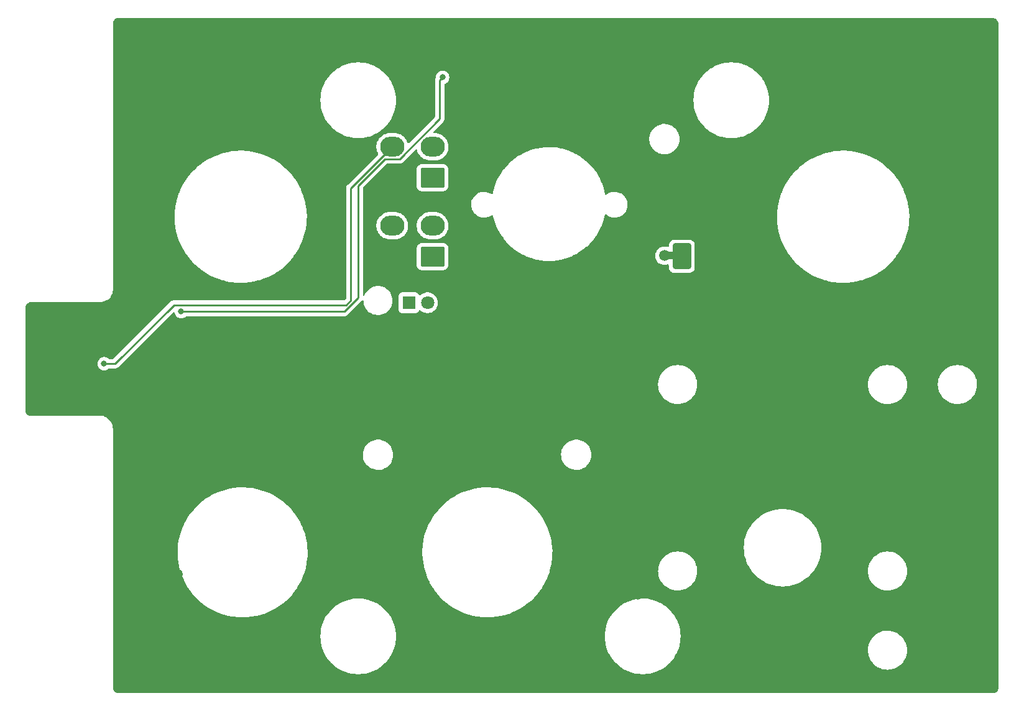
<source format=gbr>
%TF.GenerationSoftware,KiCad,Pcbnew,(6.0.9)*%
%TF.CreationDate,2023-01-06T20:50:37-09:00*%
%TF.ProjectId,ECS PANEL,45435320-5041-44e4-954c-2e6b69636164,rev?*%
%TF.SameCoordinates,Original*%
%TF.FileFunction,Copper,L2,Bot*%
%TF.FilePolarity,Positive*%
%FSLAX46Y46*%
G04 Gerber Fmt 4.6, Leading zero omitted, Abs format (unit mm)*
G04 Created by KiCad (PCBNEW (6.0.9)) date 2023-01-06 20:50:37*
%MOMM*%
%LPD*%
G01*
G04 APERTURE LIST*
G04 Aperture macros list*
%AMRoundRect*
0 Rectangle with rounded corners*
0 $1 Rounding radius*
0 $2 $3 $4 $5 $6 $7 $8 $9 X,Y pos of 4 corners*
0 Add a 4 corners polygon primitive as box body*
4,1,4,$2,$3,$4,$5,$6,$7,$8,$9,$2,$3,0*
0 Add four circle primitives for the rounded corners*
1,1,$1+$1,$2,$3*
1,1,$1+$1,$4,$5*
1,1,$1+$1,$6,$7*
1,1,$1+$1,$8,$9*
0 Add four rect primitives between the rounded corners*
20,1,$1+$1,$2,$3,$4,$5,0*
20,1,$1+$1,$4,$5,$6,$7,0*
20,1,$1+$1,$6,$7,$8,$9,0*
20,1,$1+$1,$8,$9,$2,$3,0*%
G04 Aperture macros list end*
%TA.AperFunction,SMDPad,CuDef*%
%ADD10RoundRect,0.250000X1.000000X-1.500000X1.000000X1.500000X-1.000000X1.500000X-1.000000X-1.500000X0*%
%TD*%
%TA.AperFunction,ComponentPad*%
%ADD11R,1.800000X1.800000*%
%TD*%
%TA.AperFunction,ComponentPad*%
%ADD12C,1.800000*%
%TD*%
%TA.AperFunction,ComponentPad*%
%ADD13RoundRect,0.250001X1.399999X-1.099999X1.399999X1.099999X-1.399999X1.099999X-1.399999X-1.099999X0*%
%TD*%
%TA.AperFunction,ComponentPad*%
%ADD14O,3.300000X2.700000*%
%TD*%
%TA.AperFunction,ViaPad*%
%ADD15C,1.500000*%
%TD*%
%TA.AperFunction,ViaPad*%
%ADD16C,0.800000*%
%TD*%
%TA.AperFunction,Conductor*%
%ADD17C,1.000000*%
%TD*%
%TA.AperFunction,Conductor*%
%ADD18C,0.250000*%
%TD*%
G04 APERTURE END LIST*
D10*
%TO.P,C1,1*%
%TO.N,/LED+5V*%
X111379000Y-99973000D03*
%TO.P,C1,2*%
%TO.N,/LEDGND*%
X111379000Y-93473000D03*
%TD*%
D11*
%TO.P,D1,1*%
%TO.N,Net-(D1-Pad1)*%
X74200000Y-106300000D03*
D12*
%TO.P,D1,2*%
%TO.N,/LED+5V*%
X76740000Y-106300000D03*
%TD*%
D13*
%TO.P,J1,1*%
%TO.N,/LED+5V*%
X77436000Y-89248600D03*
D14*
%TO.P,J1,2*%
X77436000Y-85048600D03*
%TO.P,J1,3*%
%TO.N,/LEDGND*%
X71936000Y-89248600D03*
%TO.P,J1,4*%
%TO.N,/DATAIN*%
X71936000Y-85048600D03*
%TD*%
D13*
%TO.P,J2,1*%
%TO.N,/LED+5V*%
X77436000Y-100000000D03*
D14*
%TO.P,J2,2*%
X77436000Y-95800000D03*
%TO.P,J2,3*%
%TO.N,/LEDGND*%
X71936000Y-100000000D03*
%TO.P,J2,4*%
%TO.N,/DATAOUT*%
X71936000Y-95800000D03*
%TD*%
D15*
%TO.N,/LEDGND*%
X134365000Y-120900000D03*
X138500000Y-84200000D03*
X135200000Y-110200000D03*
X60680000Y-126230000D03*
X43110000Y-101650000D03*
X46000000Y-129700000D03*
X131300000Y-157400000D03*
X74000000Y-112200000D03*
X97470000Y-80710000D03*
X90600000Y-131300000D03*
X91920000Y-105790000D03*
X67160000Y-142040000D03*
X105400000Y-106270000D03*
X146100000Y-131200000D03*
X60700000Y-80000000D03*
X56700000Y-156100000D03*
X88710000Y-80450000D03*
X31430000Y-112190000D03*
X95950000Y-121040000D03*
X75000000Y-140300000D03*
X41195000Y-95000000D03*
X128490000Y-83710000D03*
X81840000Y-114970000D03*
X31670000Y-118940000D03*
X90120000Y-119960000D03*
X82890000Y-155200000D03*
X102898000Y-123022000D03*
X57579500Y-132179500D03*
X90650000Y-74190000D03*
X104470000Y-113850000D03*
X145600000Y-80700000D03*
X130600000Y-123900000D03*
X62210000Y-110630000D03*
X105400000Y-146000000D03*
X70550000Y-120970000D03*
X51730000Y-118200000D03*
X129400000Y-119400000D03*
X127700000Y-110400000D03*
X153100000Y-131100000D03*
X149600000Y-145400000D03*
X77830000Y-147200000D03*
X63530000Y-98930000D03*
X42695300Y-143295300D03*
X45775000Y-83725000D03*
X39880000Y-123470000D03*
X81870000Y-79500000D03*
X94830000Y-111860000D03*
X97600000Y-146000000D03*
X89916000Y-155194000D03*
X109420000Y-77690000D03*
X119535000Y-121100000D03*
X142100000Y-75100000D03*
X55912500Y-84912500D03*
X131300000Y-78300000D03*
X90600000Y-125600000D03*
X142800000Y-110200000D03*
X123300000Y-91300000D03*
X78110000Y-120910000D03*
X124100000Y-100900000D03*
X62830000Y-121030000D03*
X49840000Y-156270000D03*
X100860000Y-71590000D03*
X46260000Y-110450000D03*
X54530000Y-110690000D03*
%TO.N,/LED+5V*%
X109019600Y-99893000D03*
D16*
%TO.N,/DATAIN*%
X32700000Y-114600000D03*
%TO.N,Net-(D12-Pad2)*%
X78800000Y-75600000D03*
X43200000Y-107500000D03*
%TD*%
D17*
%TO.N,/LED+5V*%
X109019600Y-99893000D02*
X111299000Y-99893000D01*
X111299000Y-99893000D02*
X111379000Y-99973000D01*
D18*
%TO.N,/DATAIN*%
X32700000Y-114600000D02*
X32700000Y-114600000D01*
X42200000Y-106600000D02*
X34200000Y-114600000D01*
X65681000Y-106600000D02*
X42200000Y-106600000D01*
X66300000Y-90684600D02*
X66300000Y-105981000D01*
X66300000Y-105981000D02*
X65681000Y-106600000D01*
X34200000Y-114600000D02*
X32700000Y-114600000D01*
X71936000Y-85048600D02*
X66300000Y-90684600D01*
%TO.N,Net-(D12-Pad2)*%
X78800000Y-75600000D02*
X78800000Y-75600000D01*
X78400000Y-81253421D02*
X78400000Y-76000000D01*
X78400000Y-76000000D02*
X78800000Y-75600000D01*
X65417410Y-107500000D02*
X67300000Y-105617410D01*
X72929811Y-86723610D02*
X78400000Y-81253421D01*
X70942189Y-86723610D02*
X72929811Y-86723610D01*
X67300000Y-90365799D02*
X70942189Y-86723610D01*
X67300000Y-105617410D02*
X67300000Y-90365799D01*
X43200000Y-107500000D02*
X65417410Y-107500000D01*
%TD*%
%TA.AperFunction,Conductor*%
%TO.N,/LEDGND*%
G36*
X153652216Y-67513691D02*
G01*
X153669123Y-67514835D01*
X153683458Y-67516780D01*
X153690299Y-67517708D01*
X153690300Y-67517708D01*
X153699196Y-67518915D01*
X153709284Y-67517394D01*
X153710188Y-67517258D01*
X153738857Y-67516240D01*
X153846830Y-67524741D01*
X153871145Y-67529084D01*
X153995769Y-67564236D01*
X154018770Y-67573239D01*
X154080459Y-67604673D01*
X154134143Y-67632028D01*
X154154944Y-67645345D01*
X154256636Y-67725518D01*
X154274440Y-67742637D01*
X154358529Y-67841097D01*
X154372653Y-67861363D01*
X154435924Y-67974351D01*
X154445821Y-67996981D01*
X154485829Y-68120126D01*
X154491122Y-68144251D01*
X154503052Y-68245069D01*
X154502914Y-68261130D01*
X154503626Y-68261125D01*
X154503692Y-68270097D01*
X154502485Y-68278996D01*
X154503824Y-68287876D01*
X154506292Y-68304249D01*
X154507700Y-68323032D01*
X154507700Y-158630651D01*
X154506556Y-158647592D01*
X154504367Y-158663729D01*
X154502485Y-158677596D01*
X154503824Y-158686476D01*
X154504142Y-158688588D01*
X154505160Y-158717257D01*
X154496659Y-158825230D01*
X154492316Y-158849545D01*
X154457164Y-158974169D01*
X154448161Y-158997170D01*
X154389373Y-159112541D01*
X154376055Y-159133344D01*
X154295882Y-159235036D01*
X154278763Y-159252840D01*
X154180303Y-159336929D01*
X154160037Y-159351053D01*
X154047049Y-159414324D01*
X154024419Y-159424221D01*
X153901274Y-159464229D01*
X153877150Y-159469522D01*
X153776328Y-159481452D01*
X153760270Y-159481314D01*
X153760275Y-159482026D01*
X153751303Y-159482092D01*
X153742404Y-159480885D01*
X153717151Y-159484692D01*
X153698368Y-159486100D01*
X34764949Y-159486100D01*
X34748008Y-159484956D01*
X34726902Y-159482092D01*
X34726900Y-159482092D01*
X34718004Y-159480885D01*
X34707916Y-159482406D01*
X34707012Y-159482542D01*
X34678343Y-159483560D01*
X34570370Y-159475059D01*
X34546055Y-159470716D01*
X34421431Y-159435564D01*
X34398430Y-159426561D01*
X34336741Y-159395127D01*
X34283057Y-159367772D01*
X34262256Y-159354455D01*
X34160564Y-159274282D01*
X34142760Y-159257163D01*
X34058671Y-159158703D01*
X34044547Y-159138437D01*
X33981276Y-159025449D01*
X33971379Y-159002819D01*
X33931371Y-158879674D01*
X33926078Y-158855549D01*
X33914148Y-158754731D01*
X33914286Y-158738670D01*
X33913574Y-158738675D01*
X33913508Y-158729703D01*
X33914715Y-158720804D01*
X33910906Y-158695534D01*
X33909499Y-158676763D01*
X33909302Y-151739600D01*
X62154454Y-151739600D01*
X62174072Y-152188935D01*
X62232778Y-152634851D01*
X62233375Y-152637546D01*
X62233376Y-152637549D01*
X62287570Y-152882000D01*
X62330125Y-153073953D01*
X62465371Y-153502901D01*
X62637489Y-153918428D01*
X62845166Y-154317373D01*
X63086824Y-154696700D01*
X63088488Y-154698868D01*
X63088496Y-154698880D01*
X63358941Y-155051329D01*
X63360623Y-155053521D01*
X63362481Y-155055549D01*
X63362488Y-155055557D01*
X63561351Y-155272578D01*
X63664478Y-155385122D01*
X63666498Y-155386973D01*
X63994043Y-155687112D01*
X63994051Y-155687119D01*
X63996079Y-155688977D01*
X63998271Y-155690659D01*
X64350720Y-155961104D01*
X64350732Y-155961112D01*
X64352900Y-155962776D01*
X64732227Y-156204434D01*
X65131172Y-156412111D01*
X65546699Y-156584229D01*
X65820062Y-156670420D01*
X65973023Y-156718648D01*
X65973030Y-156718650D01*
X65975647Y-156719475D01*
X65978332Y-156720070D01*
X65978331Y-156720070D01*
X66412051Y-156816224D01*
X66412054Y-156816225D01*
X66414749Y-156816822D01*
X66417479Y-156817181D01*
X66417488Y-156817183D01*
X66637707Y-156846175D01*
X66860665Y-156875528D01*
X67129456Y-156887263D01*
X67193048Y-156890040D01*
X67193053Y-156890040D01*
X67194425Y-156890100D01*
X67425575Y-156890100D01*
X67426947Y-156890040D01*
X67426952Y-156890040D01*
X67490544Y-156887263D01*
X67759335Y-156875528D01*
X67982293Y-156846175D01*
X68202512Y-156817183D01*
X68202521Y-156817181D01*
X68205251Y-156816822D01*
X68207946Y-156816225D01*
X68207949Y-156816224D01*
X68641669Y-156720070D01*
X68641668Y-156720070D01*
X68644353Y-156719475D01*
X68646970Y-156718650D01*
X68646977Y-156718648D01*
X68799938Y-156670420D01*
X69073301Y-156584229D01*
X69488828Y-156412111D01*
X69887773Y-156204434D01*
X70267100Y-155962776D01*
X70269268Y-155961112D01*
X70269280Y-155961104D01*
X70621729Y-155690659D01*
X70623921Y-155688977D01*
X70625949Y-155687119D01*
X70625957Y-155687112D01*
X70953502Y-155386973D01*
X70955522Y-155385122D01*
X71058649Y-155272578D01*
X71257512Y-155055557D01*
X71257519Y-155055549D01*
X71259377Y-155053521D01*
X71261059Y-155051329D01*
X71531504Y-154698880D01*
X71531512Y-154698868D01*
X71533176Y-154696700D01*
X71774834Y-154317373D01*
X71982511Y-153918428D01*
X72154629Y-153502901D01*
X72289875Y-153073953D01*
X72332430Y-152882000D01*
X72386624Y-152637549D01*
X72386625Y-152637546D01*
X72387222Y-152634851D01*
X72445928Y-152188935D01*
X72465546Y-151739600D01*
X100889454Y-151739600D01*
X100909072Y-152188935D01*
X100967778Y-152634851D01*
X100968375Y-152637546D01*
X100968376Y-152637549D01*
X101022570Y-152882000D01*
X101065125Y-153073953D01*
X101200371Y-153502901D01*
X101372489Y-153918428D01*
X101580166Y-154317373D01*
X101821824Y-154696700D01*
X101823488Y-154698868D01*
X101823496Y-154698880D01*
X102093941Y-155051329D01*
X102095623Y-155053521D01*
X102097481Y-155055549D01*
X102097488Y-155055557D01*
X102296351Y-155272578D01*
X102399478Y-155385122D01*
X102401498Y-155386973D01*
X102729043Y-155687112D01*
X102729051Y-155687119D01*
X102731079Y-155688977D01*
X102733271Y-155690659D01*
X103085720Y-155961104D01*
X103085732Y-155961112D01*
X103087900Y-155962776D01*
X103467227Y-156204434D01*
X103866172Y-156412111D01*
X104281699Y-156584229D01*
X104555062Y-156670420D01*
X104708023Y-156718648D01*
X104708030Y-156718650D01*
X104710647Y-156719475D01*
X104713332Y-156720070D01*
X104713331Y-156720070D01*
X105147051Y-156816224D01*
X105147054Y-156816225D01*
X105149749Y-156816822D01*
X105152479Y-156817181D01*
X105152488Y-156817183D01*
X105372707Y-156846175D01*
X105595665Y-156875528D01*
X105864456Y-156887263D01*
X105928048Y-156890040D01*
X105928053Y-156890040D01*
X105929425Y-156890100D01*
X106160575Y-156890100D01*
X106161947Y-156890040D01*
X106161952Y-156890040D01*
X106225544Y-156887263D01*
X106494335Y-156875528D01*
X106717293Y-156846175D01*
X106937512Y-156817183D01*
X106937521Y-156817181D01*
X106940251Y-156816822D01*
X106942946Y-156816225D01*
X106942949Y-156816224D01*
X107376669Y-156720070D01*
X107376668Y-156720070D01*
X107379353Y-156719475D01*
X107381970Y-156718650D01*
X107381977Y-156718648D01*
X107534938Y-156670420D01*
X107808301Y-156584229D01*
X108223828Y-156412111D01*
X108622773Y-156204434D01*
X109002100Y-155962776D01*
X109004268Y-155961112D01*
X109004280Y-155961104D01*
X109356729Y-155690659D01*
X109358921Y-155688977D01*
X109360949Y-155687119D01*
X109360957Y-155687112D01*
X109688502Y-155386973D01*
X109690522Y-155385122D01*
X109793649Y-155272578D01*
X109992512Y-155055557D01*
X109992519Y-155055549D01*
X109994377Y-155053521D01*
X109996059Y-155051329D01*
X110266504Y-154698880D01*
X110266512Y-154698868D01*
X110268176Y-154696700D01*
X110509834Y-154317373D01*
X110717511Y-153918428D01*
X110849198Y-153600510D01*
X136716632Y-153600510D01*
X136716821Y-153604302D01*
X136718022Y-153628428D01*
X136720802Y-153684261D01*
X136732586Y-153920981D01*
X136733229Y-153924721D01*
X136769619Y-154136498D01*
X136786925Y-154237215D01*
X136788013Y-154240854D01*
X136788014Y-154240857D01*
X136828089Y-154374856D01*
X136878862Y-154544630D01*
X136880375Y-154548101D01*
X136880377Y-154548107D01*
X136946092Y-154698880D01*
X137007064Y-154838773D01*
X137008987Y-154842044D01*
X137008989Y-154842048D01*
X137167753Y-155112114D01*
X137167758Y-155112122D01*
X137169676Y-155115384D01*
X137171977Y-155118399D01*
X137274195Y-155252336D01*
X137364341Y-155370456D01*
X137366989Y-155373175D01*
X137366994Y-155373180D01*
X137585593Y-155597579D01*
X137588239Y-155600295D01*
X137591183Y-155602666D01*
X137591186Y-155602669D01*
X137835175Y-155799192D01*
X137835180Y-155799196D01*
X137838128Y-155801570D01*
X138110388Y-155971367D01*
X138401075Y-156107225D01*
X138404685Y-156108408D01*
X138404689Y-156108410D01*
X138702374Y-156205996D01*
X138702381Y-156205998D01*
X138705978Y-156207177D01*
X139020680Y-156269776D01*
X139155168Y-156280006D01*
X139336847Y-156293826D01*
X139336852Y-156293826D01*
X139340624Y-156294113D01*
X139661174Y-156279837D01*
X139664923Y-156279213D01*
X139973947Y-156227778D01*
X139973952Y-156227777D01*
X139977688Y-156227155D01*
X140113065Y-156187440D01*
X140281954Y-156137893D01*
X140281958Y-156137892D01*
X140285580Y-156136829D01*
X140580391Y-156010169D01*
X140857850Y-155849008D01*
X140860872Y-155846727D01*
X140860876Y-155846724D01*
X141110914Y-155657964D01*
X141110915Y-155657963D01*
X141113938Y-155655681D01*
X141344945Y-155432989D01*
X141347339Y-155430048D01*
X141347344Y-155430043D01*
X141545132Y-155187098D01*
X141545135Y-155187094D01*
X141547526Y-155184157D01*
X141718746Y-154912790D01*
X141856124Y-154622819D01*
X141957672Y-154318443D01*
X142021917Y-154004073D01*
X142047929Y-153684261D01*
X142048514Y-153628428D01*
X142046603Y-153596721D01*
X142029433Y-153311920D01*
X142029433Y-153311916D01*
X142029205Y-153308142D01*
X141971558Y-152992494D01*
X141876407Y-152686059D01*
X141863177Y-152656551D01*
X141852219Y-152632112D01*
X141745131Y-152393274D01*
X141579632Y-152118381D01*
X141577305Y-152115397D01*
X141577300Y-152115390D01*
X141384643Y-151868356D01*
X141384641Y-151868353D01*
X141382307Y-151865361D01*
X141156013Y-151637880D01*
X140904030Y-151439233D01*
X140878074Y-151423420D01*
X140633239Y-151274265D01*
X140630007Y-151272296D01*
X140626563Y-151270730D01*
X140626559Y-151270728D01*
X140517315Y-151221058D01*
X140337914Y-151139490D01*
X140031981Y-151042736D01*
X139716640Y-150983436D01*
X139396459Y-150962451D01*
X139392679Y-150962659D01*
X139392678Y-150962659D01*
X139279407Y-150968892D01*
X139076076Y-150980082D01*
X138760131Y-151036076D01*
X138756506Y-151037181D01*
X138756501Y-151037182D01*
X138516361Y-151110372D01*
X138453202Y-151129621D01*
X138159734Y-151259362D01*
X138112395Y-151287526D01*
X137887233Y-151421483D01*
X137887227Y-151421487D01*
X137883978Y-151423420D01*
X137880986Y-151425728D01*
X137880982Y-151425731D01*
X137683623Y-151577992D01*
X137629928Y-151619417D01*
X137627226Y-151622077D01*
X137627219Y-151622083D01*
X137403973Y-151841850D01*
X137401265Y-151844516D01*
X137201301Y-152095456D01*
X137032933Y-152368601D01*
X137031344Y-152372048D01*
X136900185Y-152656551D01*
X136900181Y-152656561D01*
X136898598Y-152659995D01*
X136897439Y-152663595D01*
X136897436Y-152663602D01*
X136889035Y-152689690D01*
X136800244Y-152965417D01*
X136799525Y-152969133D01*
X136799523Y-152969141D01*
X136740013Y-153276725D01*
X136739294Y-153280443D01*
X136716632Y-153600510D01*
X110849198Y-153600510D01*
X110889629Y-153502901D01*
X111024875Y-153073953D01*
X111067430Y-152882000D01*
X111121624Y-152637549D01*
X111121625Y-152637546D01*
X111122222Y-152634851D01*
X111180928Y-152188935D01*
X111200546Y-151739600D01*
X111180928Y-151290265D01*
X111137798Y-150962659D01*
X111122583Y-150847088D01*
X111122581Y-150847079D01*
X111122222Y-150844349D01*
X111024875Y-150405247D01*
X110889629Y-149976299D01*
X110717511Y-149560772D01*
X110509834Y-149161827D01*
X110268176Y-148782500D01*
X110266512Y-148780332D01*
X110266504Y-148780320D01*
X109996059Y-148427871D01*
X109994377Y-148425679D01*
X109992519Y-148423651D01*
X109992512Y-148423643D01*
X109692373Y-148096098D01*
X109690522Y-148094078D01*
X109409878Y-147836916D01*
X109360957Y-147792088D01*
X109360949Y-147792081D01*
X109358921Y-147790223D01*
X109153545Y-147632632D01*
X109004280Y-147518096D01*
X109004268Y-147518088D01*
X109002100Y-147516424D01*
X108992105Y-147510056D01*
X108891593Y-147446023D01*
X108622773Y-147274766D01*
X108223828Y-147067089D01*
X107808301Y-146894971D01*
X107534938Y-146808780D01*
X107381977Y-146760552D01*
X107381970Y-146760550D01*
X107379353Y-146759725D01*
X107295375Y-146741107D01*
X106942949Y-146662976D01*
X106942946Y-146662975D01*
X106940251Y-146662378D01*
X106937521Y-146662019D01*
X106937512Y-146662017D01*
X106717293Y-146633025D01*
X106494335Y-146603672D01*
X106225544Y-146591937D01*
X106161952Y-146589160D01*
X106161947Y-146589160D01*
X106160575Y-146589100D01*
X105929425Y-146589100D01*
X105928053Y-146589160D01*
X105928048Y-146589160D01*
X105864456Y-146591937D01*
X105595665Y-146603672D01*
X105372707Y-146633025D01*
X105152488Y-146662017D01*
X105152479Y-146662019D01*
X105149749Y-146662378D01*
X105147054Y-146662975D01*
X105147051Y-146662976D01*
X104794625Y-146741107D01*
X104710647Y-146759725D01*
X104708030Y-146760550D01*
X104708023Y-146760552D01*
X104555062Y-146808780D01*
X104281699Y-146894971D01*
X103866172Y-147067089D01*
X103467227Y-147274766D01*
X103198407Y-147446023D01*
X103097896Y-147510056D01*
X103087900Y-147516424D01*
X103085732Y-147518088D01*
X103085720Y-147518096D01*
X102936455Y-147632632D01*
X102731079Y-147790223D01*
X102729051Y-147792081D01*
X102729043Y-147792088D01*
X102680122Y-147836916D01*
X102399478Y-148094078D01*
X102397627Y-148096098D01*
X102097488Y-148423643D01*
X102097481Y-148423651D01*
X102095623Y-148425679D01*
X102093941Y-148427871D01*
X101823496Y-148780320D01*
X101823488Y-148780332D01*
X101821824Y-148782500D01*
X101580166Y-149161827D01*
X101372489Y-149560772D01*
X101200371Y-149976299D01*
X101065125Y-150405247D01*
X100967778Y-150844349D01*
X100967419Y-150847079D01*
X100967417Y-150847088D01*
X100952202Y-150962659D01*
X100909072Y-151290265D01*
X100889454Y-151739600D01*
X72465546Y-151739600D01*
X72445928Y-151290265D01*
X72402798Y-150962659D01*
X72387583Y-150847088D01*
X72387581Y-150847079D01*
X72387222Y-150844349D01*
X72289875Y-150405247D01*
X72154629Y-149976299D01*
X71982511Y-149560772D01*
X71774834Y-149161827D01*
X71533176Y-148782500D01*
X71531512Y-148780332D01*
X71531504Y-148780320D01*
X71261059Y-148427871D01*
X71259377Y-148425679D01*
X71257519Y-148423651D01*
X71257512Y-148423643D01*
X70957373Y-148096098D01*
X70955522Y-148094078D01*
X70674878Y-147836916D01*
X70625957Y-147792088D01*
X70625949Y-147792081D01*
X70623921Y-147790223D01*
X70418545Y-147632632D01*
X70269280Y-147518096D01*
X70269268Y-147518088D01*
X70267100Y-147516424D01*
X70257105Y-147510056D01*
X70156593Y-147446023D01*
X69887773Y-147274766D01*
X69488828Y-147067089D01*
X69073301Y-146894971D01*
X68799938Y-146808780D01*
X68646977Y-146760552D01*
X68646970Y-146760550D01*
X68644353Y-146759725D01*
X68560375Y-146741107D01*
X68207949Y-146662976D01*
X68207946Y-146662975D01*
X68205251Y-146662378D01*
X68202521Y-146662019D01*
X68202512Y-146662017D01*
X67982293Y-146633025D01*
X67759335Y-146603672D01*
X67490544Y-146591937D01*
X67426952Y-146589160D01*
X67426947Y-146589160D01*
X67425575Y-146589100D01*
X67194425Y-146589100D01*
X67193053Y-146589160D01*
X67193048Y-146589160D01*
X67129456Y-146591937D01*
X66860665Y-146603672D01*
X66637707Y-146633025D01*
X66417488Y-146662017D01*
X66417479Y-146662019D01*
X66414749Y-146662378D01*
X66412054Y-146662975D01*
X66412051Y-146662976D01*
X66059625Y-146741107D01*
X65975647Y-146759725D01*
X65973030Y-146760550D01*
X65973023Y-146760552D01*
X65820062Y-146808780D01*
X65546699Y-146894971D01*
X65131172Y-147067089D01*
X64732227Y-147274766D01*
X64463407Y-147446023D01*
X64362896Y-147510056D01*
X64352900Y-147516424D01*
X64350732Y-147518088D01*
X64350720Y-147518096D01*
X64201455Y-147632632D01*
X63996079Y-147790223D01*
X63994051Y-147792081D01*
X63994043Y-147792088D01*
X63945122Y-147836916D01*
X63664478Y-148094078D01*
X63662627Y-148096098D01*
X63362488Y-148423643D01*
X63362481Y-148423651D01*
X63360623Y-148425679D01*
X63358941Y-148427871D01*
X63088496Y-148780320D01*
X63088488Y-148780332D01*
X63086824Y-148782500D01*
X62845166Y-149161827D01*
X62637489Y-149560772D01*
X62465371Y-149976299D01*
X62330125Y-150405247D01*
X62232778Y-150844349D01*
X62232419Y-150847079D01*
X62232417Y-150847088D01*
X62217202Y-150962659D01*
X62174072Y-151290265D01*
X62154454Y-151739600D01*
X33909302Y-151739600D01*
X33908983Y-140495057D01*
X42708390Y-140495057D01*
X42740146Y-141081412D01*
X42740395Y-141083472D01*
X42740396Y-141083480D01*
X42740766Y-141086534D01*
X42810692Y-141664374D01*
X42811080Y-141666427D01*
X42914482Y-142213666D01*
X42919718Y-142241379D01*
X43066745Y-142809889D01*
X43251126Y-143367406D01*
X43251913Y-143369344D01*
X43471261Y-143909533D01*
X43471268Y-143909549D01*
X43472051Y-143911477D01*
X43472969Y-143913368D01*
X43472971Y-143913372D01*
X43667771Y-144314547D01*
X43728547Y-144439711D01*
X44019488Y-144949784D01*
X44020622Y-144951498D01*
X44020628Y-144951507D01*
X44270868Y-145329579D01*
X44343593Y-145439455D01*
X44344837Y-145441088D01*
X44344842Y-145441095D01*
X44401231Y-145515116D01*
X44699439Y-145906568D01*
X45085459Y-146349072D01*
X45086930Y-146350548D01*
X45495506Y-146760552D01*
X45499958Y-146765020D01*
X45501521Y-146766393D01*
X45501523Y-146766395D01*
X45667864Y-146912529D01*
X45941111Y-147152582D01*
X46406980Y-147510056D01*
X46408714Y-147511213D01*
X46408719Y-147511216D01*
X46827073Y-147790223D01*
X46895516Y-147835869D01*
X46897337Y-147836916D01*
X47402757Y-148127546D01*
X47402769Y-148127552D01*
X47404570Y-148128588D01*
X47931905Y-148386927D01*
X47933834Y-148387718D01*
X47933847Y-148387724D01*
X48473263Y-148608954D01*
X48473269Y-148608956D01*
X48475202Y-148609749D01*
X48477175Y-148610409D01*
X48477180Y-148610411D01*
X48690982Y-148681948D01*
X49032072Y-148796075D01*
X49034072Y-148796600D01*
X49034073Y-148796600D01*
X49598063Y-148944561D01*
X49598077Y-148944564D01*
X49600066Y-148945086D01*
X50176686Y-149056125D01*
X50178750Y-149056382D01*
X50178762Y-149056384D01*
X50427462Y-149087361D01*
X50759398Y-149128706D01*
X50761482Y-149128826D01*
X50761491Y-149128827D01*
X51302038Y-149159995D01*
X51302042Y-149159995D01*
X51303861Y-149160100D01*
X51714292Y-149160100D01*
X52148892Y-149145683D01*
X52150970Y-149145476D01*
X52150979Y-149145475D01*
X52731133Y-149087568D01*
X52731144Y-149087566D01*
X52733203Y-149087361D01*
X52735247Y-149087019D01*
X52735254Y-149087018D01*
X53310318Y-148990785D01*
X53310331Y-148990782D01*
X53312365Y-148990442D01*
X53314371Y-148989968D01*
X53314380Y-148989966D01*
X53881804Y-148855833D01*
X53881806Y-148855832D01*
X53883830Y-148855354D01*
X54100482Y-148788703D01*
X54443098Y-148683301D01*
X54443109Y-148683297D01*
X54445086Y-148682689D01*
X54447022Y-148681950D01*
X54447027Y-148681948D01*
X54660088Y-148600588D01*
X54993664Y-148473207D01*
X55527154Y-148227829D01*
X55528996Y-148226829D01*
X56041374Y-147948631D01*
X56041379Y-147948628D01*
X56043208Y-147947635D01*
X56539559Y-147633855D01*
X56541225Y-147632640D01*
X56541237Y-147632632D01*
X57012355Y-147289086D01*
X57012363Y-147289080D01*
X57014022Y-147287870D01*
X57464513Y-146911201D01*
X57482364Y-146894143D01*
X57887539Y-146506949D01*
X57887540Y-146506948D01*
X57889050Y-146505505D01*
X58285767Y-146072565D01*
X58418756Y-145906568D01*
X58651609Y-145615919D01*
X58651610Y-145615918D01*
X58652918Y-145614285D01*
X58988891Y-145132679D01*
X59026593Y-145070180D01*
X59291129Y-144631655D01*
X59291136Y-144631642D01*
X59292207Y-144629867D01*
X59561533Y-144108057D01*
X59676352Y-143843991D01*
X59794851Y-143571462D01*
X59794852Y-143571459D01*
X59795684Y-143569546D01*
X59920318Y-143221458D01*
X59992919Y-143018690D01*
X59992920Y-143018686D01*
X59993631Y-143016701D01*
X60154504Y-142451952D01*
X60277595Y-141877783D01*
X60305426Y-141687010D01*
X60362060Y-141298799D01*
X60362061Y-141298786D01*
X60362363Y-141296719D01*
X60398444Y-140838269D01*
X60408274Y-140713375D01*
X60408274Y-140713369D01*
X60408436Y-140711314D01*
X60411078Y-140495057D01*
X76045889Y-140495057D01*
X76077645Y-141081412D01*
X76077894Y-141083472D01*
X76077895Y-141083480D01*
X76078265Y-141086534D01*
X76148191Y-141664374D01*
X76148579Y-141666427D01*
X76251981Y-142213666D01*
X76257217Y-142241379D01*
X76404244Y-142809889D01*
X76588625Y-143367406D01*
X76589412Y-143369344D01*
X76808760Y-143909533D01*
X76808767Y-143909549D01*
X76809550Y-143911477D01*
X76810468Y-143913368D01*
X76810470Y-143913372D01*
X77005270Y-144314547D01*
X77066046Y-144439711D01*
X77356987Y-144949784D01*
X77358121Y-144951498D01*
X77358127Y-144951507D01*
X77608367Y-145329579D01*
X77681092Y-145439455D01*
X77682336Y-145441088D01*
X77682341Y-145441095D01*
X77738730Y-145515116D01*
X78036938Y-145906568D01*
X78422958Y-146349072D01*
X78424429Y-146350548D01*
X78833005Y-146760552D01*
X78837457Y-146765020D01*
X78839020Y-146766393D01*
X78839022Y-146766395D01*
X79005363Y-146912529D01*
X79278610Y-147152582D01*
X79744479Y-147510056D01*
X79746213Y-147511213D01*
X79746218Y-147511216D01*
X80164572Y-147790223D01*
X80233015Y-147835869D01*
X80234836Y-147836916D01*
X80740256Y-148127546D01*
X80740268Y-148127552D01*
X80742069Y-148128588D01*
X81269404Y-148386927D01*
X81271333Y-148387718D01*
X81271346Y-148387724D01*
X81810762Y-148608954D01*
X81810768Y-148608956D01*
X81812701Y-148609749D01*
X81814674Y-148610409D01*
X81814679Y-148610411D01*
X82028481Y-148681948D01*
X82369571Y-148796075D01*
X82371571Y-148796600D01*
X82371572Y-148796600D01*
X82935562Y-148944561D01*
X82935576Y-148944564D01*
X82937565Y-148945086D01*
X83514185Y-149056125D01*
X83516249Y-149056382D01*
X83516261Y-149056384D01*
X83764961Y-149087361D01*
X84096897Y-149128706D01*
X84098981Y-149128826D01*
X84098990Y-149128827D01*
X84639537Y-149159995D01*
X84639541Y-149159995D01*
X84641360Y-149160100D01*
X85051791Y-149160100D01*
X85486391Y-149145683D01*
X85488469Y-149145476D01*
X85488478Y-149145475D01*
X86068632Y-149087568D01*
X86068643Y-149087566D01*
X86070702Y-149087361D01*
X86072746Y-149087019D01*
X86072753Y-149087018D01*
X86647817Y-148990785D01*
X86647830Y-148990782D01*
X86649864Y-148990442D01*
X86651870Y-148989968D01*
X86651879Y-148989966D01*
X87219303Y-148855833D01*
X87219305Y-148855832D01*
X87221329Y-148855354D01*
X87437981Y-148788703D01*
X87780597Y-148683301D01*
X87780608Y-148683297D01*
X87782585Y-148682689D01*
X87784521Y-148681950D01*
X87784526Y-148681948D01*
X87997587Y-148600588D01*
X88331163Y-148473207D01*
X88864653Y-148227829D01*
X88866495Y-148226829D01*
X89378873Y-147948631D01*
X89378878Y-147948628D01*
X89380707Y-147947635D01*
X89877058Y-147633855D01*
X89878724Y-147632640D01*
X89878736Y-147632632D01*
X90349854Y-147289086D01*
X90349862Y-147289080D01*
X90351521Y-147287870D01*
X90802012Y-146911201D01*
X90819863Y-146894143D01*
X91225038Y-146506949D01*
X91225039Y-146506948D01*
X91226549Y-146505505D01*
X91623266Y-146072565D01*
X91756255Y-145906568D01*
X91989108Y-145615919D01*
X91989109Y-145615918D01*
X91990417Y-145614285D01*
X92326390Y-145132679D01*
X92364092Y-145070180D01*
X92628628Y-144631655D01*
X92628635Y-144631642D01*
X92629706Y-144629867D01*
X92899032Y-144108057D01*
X93013851Y-143843991D01*
X93132350Y-143571462D01*
X93132351Y-143571459D01*
X93133183Y-143569546D01*
X93257817Y-143221458D01*
X93330418Y-143018690D01*
X93330419Y-143018686D01*
X93331130Y-143016701D01*
X93386683Y-142821682D01*
X108141633Y-142821682D01*
X108141822Y-142825474D01*
X108143023Y-142849600D01*
X108153895Y-143067982D01*
X108157587Y-143142153D01*
X108158230Y-143145893D01*
X108211282Y-143454641D01*
X108211284Y-143454649D01*
X108211926Y-143458386D01*
X108213014Y-143462025D01*
X108213015Y-143462028D01*
X108302775Y-143762164D01*
X108302777Y-143762169D01*
X108303863Y-143765801D01*
X108305376Y-143769272D01*
X108305378Y-143769278D01*
X108393510Y-143971486D01*
X108432065Y-144059945D01*
X108433988Y-144063217D01*
X108433990Y-144063220D01*
X108461441Y-144109915D01*
X108594676Y-144336556D01*
X108596977Y-144339571D01*
X108787041Y-144588615D01*
X108787046Y-144588620D01*
X108789341Y-144591628D01*
X108829905Y-144633268D01*
X108964510Y-144771443D01*
X109013240Y-144821466D01*
X109082005Y-144876853D01*
X109260176Y-145020363D01*
X109260181Y-145020367D01*
X109263129Y-145022741D01*
X109535389Y-145192538D01*
X109826075Y-145328396D01*
X109829684Y-145329579D01*
X110127374Y-145427167D01*
X110127378Y-145427168D01*
X110130978Y-145428348D01*
X110445681Y-145490947D01*
X110605653Y-145503116D01*
X110761847Y-145514997D01*
X110761852Y-145514997D01*
X110765624Y-145515284D01*
X111086174Y-145501008D01*
X111089923Y-145500384D01*
X111398947Y-145448949D01*
X111398952Y-145448948D01*
X111402688Y-145448326D01*
X111710580Y-145358000D01*
X111714047Y-145356510D01*
X111714051Y-145356509D01*
X112001906Y-145232837D01*
X112001908Y-145232836D01*
X112005390Y-145231340D01*
X112282849Y-145070179D01*
X112285873Y-145067896D01*
X112285875Y-145067895D01*
X112535913Y-144879135D01*
X112535914Y-144879134D01*
X112538937Y-144876852D01*
X112769944Y-144654160D01*
X112772342Y-144651215D01*
X112772343Y-144651214D01*
X112970125Y-144408276D01*
X112970125Y-144408275D01*
X112972525Y-144405328D01*
X113143745Y-144133962D01*
X113281124Y-143843990D01*
X113382671Y-143539615D01*
X113446916Y-143225245D01*
X113472928Y-142905433D01*
X113473513Y-142849600D01*
X113471602Y-142817893D01*
X113454432Y-142533092D01*
X113454432Y-142533088D01*
X113454204Y-142529314D01*
X113414180Y-142310163D01*
X113397237Y-142217389D01*
X113397236Y-142217385D01*
X113396557Y-142213667D01*
X113389306Y-142190313D01*
X113302528Y-141910846D01*
X113301406Y-141907231D01*
X113170130Y-141614447D01*
X113004631Y-141339554D01*
X113002304Y-141336570D01*
X113002299Y-141336563D01*
X112809642Y-141089529D01*
X112809640Y-141089526D01*
X112807306Y-141086534D01*
X112581013Y-140859053D01*
X112329030Y-140660406D01*
X112306874Y-140646908D01*
X112058239Y-140495438D01*
X112058237Y-140495437D01*
X112055007Y-140493469D01*
X112051563Y-140491903D01*
X112051559Y-140491901D01*
X111766365Y-140362231D01*
X111766364Y-140362231D01*
X111762914Y-140360662D01*
X111736575Y-140352332D01*
X111460599Y-140265053D01*
X111460596Y-140265052D01*
X111456981Y-140263909D01*
X111141640Y-140204609D01*
X110821459Y-140183624D01*
X110817679Y-140183832D01*
X110817678Y-140183832D01*
X110704407Y-140190065D01*
X110501076Y-140201255D01*
X110185132Y-140257249D01*
X110181516Y-140258351D01*
X110181508Y-140258353D01*
X109881844Y-140349684D01*
X109878202Y-140350794D01*
X109584734Y-140480535D01*
X109477596Y-140544275D01*
X109312238Y-140642652D01*
X109312234Y-140642655D01*
X109308978Y-140644592D01*
X109054929Y-140840590D01*
X109052222Y-140843255D01*
X109052219Y-140843258D01*
X108852225Y-141040135D01*
X108826266Y-141065689D01*
X108823902Y-141068656D01*
X108823899Y-141068659D01*
X108807269Y-141089529D01*
X108626302Y-141316629D01*
X108457934Y-141589774D01*
X108446560Y-141614446D01*
X108325187Y-141877723D01*
X108323599Y-141881167D01*
X108252108Y-142103172D01*
X108226408Y-142182980D01*
X108225245Y-142186590D01*
X108224526Y-142190306D01*
X108224524Y-142190314D01*
X108165014Y-142497897D01*
X108164295Y-142501615D01*
X108164028Y-142505391D01*
X108164027Y-142505396D01*
X108150038Y-142702976D01*
X108141633Y-142821682D01*
X93386683Y-142821682D01*
X93492003Y-142451952D01*
X93615094Y-141877783D01*
X93642925Y-141687010D01*
X93699559Y-141298799D01*
X93699560Y-141298786D01*
X93699862Y-141296719D01*
X93735943Y-140838269D01*
X93745773Y-140713375D01*
X93745773Y-140713369D01*
X93745935Y-140711314D01*
X93752117Y-140205309D01*
X93753084Y-140126209D01*
X93753084Y-140126202D01*
X93753109Y-140124143D01*
X93728763Y-139674600D01*
X119818978Y-139674600D01*
X119819098Y-139677348D01*
X119838696Y-140126209D01*
X119839055Y-140134436D01*
X119856101Y-140263909D01*
X119886804Y-140497121D01*
X119899133Y-140590772D01*
X119998754Y-141040135D01*
X119999582Y-141042760D01*
X119999583Y-141042765D01*
X120107380Y-141384652D01*
X120137161Y-141479106D01*
X120313300Y-141904343D01*
X120525831Y-142312611D01*
X120773136Y-142700802D01*
X120885616Y-142847389D01*
X121015534Y-143016701D01*
X121053333Y-143065962D01*
X121364289Y-143405311D01*
X121703638Y-143716267D01*
X121705800Y-143717926D01*
X121705806Y-143717931D01*
X121829853Y-143813115D01*
X122068798Y-143996464D01*
X122456989Y-144243769D01*
X122865257Y-144456300D01*
X123290494Y-144632439D01*
X123293114Y-144633265D01*
X123293122Y-144633268D01*
X123726835Y-144770017D01*
X123726840Y-144770018D01*
X123729465Y-144770846D01*
X124178828Y-144870467D01*
X124181548Y-144870825D01*
X124181553Y-144870826D01*
X124352423Y-144893321D01*
X124635164Y-144930545D01*
X124637913Y-144930665D01*
X124637924Y-144930666D01*
X125092252Y-144950502D01*
X125095000Y-144950622D01*
X125097748Y-144950502D01*
X125552076Y-144930666D01*
X125552087Y-144930665D01*
X125554836Y-144930545D01*
X125837577Y-144893321D01*
X126008447Y-144870826D01*
X126008452Y-144870825D01*
X126011172Y-144870467D01*
X126460535Y-144770846D01*
X126463160Y-144770018D01*
X126463165Y-144770017D01*
X126896878Y-144633268D01*
X126896886Y-144633265D01*
X126899506Y-144632439D01*
X127324743Y-144456300D01*
X127733011Y-144243769D01*
X128121202Y-143996464D01*
X128360147Y-143813115D01*
X128484194Y-143717931D01*
X128484200Y-143717926D01*
X128486362Y-143716267D01*
X128825711Y-143405311D01*
X129136667Y-143065962D01*
X129174467Y-143016701D01*
X129304384Y-142847389D01*
X129324110Y-142821682D01*
X136716632Y-142821682D01*
X136716821Y-142825474D01*
X136718022Y-142849600D01*
X136728894Y-143067982D01*
X136732586Y-143142153D01*
X136733229Y-143145893D01*
X136777458Y-143403291D01*
X136786925Y-143458387D01*
X136788013Y-143462026D01*
X136788014Y-143462029D01*
X136828089Y-143596028D01*
X136878862Y-143765802D01*
X136880375Y-143769273D01*
X136880377Y-143769279D01*
X136914435Y-143847420D01*
X137007064Y-144059945D01*
X137008987Y-144063216D01*
X137008989Y-144063220D01*
X137167753Y-144333286D01*
X137167758Y-144333294D01*
X137169676Y-144336556D01*
X137171977Y-144339571D01*
X137274195Y-144473508D01*
X137364341Y-144591628D01*
X137366985Y-144594342D01*
X137366994Y-144594352D01*
X137538119Y-144770017D01*
X137588239Y-144821467D01*
X137591183Y-144823838D01*
X137591186Y-144823841D01*
X137835175Y-145020364D01*
X137835180Y-145020368D01*
X137838128Y-145022742D01*
X138110388Y-145192539D01*
X138401075Y-145328397D01*
X138404681Y-145329579D01*
X138404689Y-145329582D01*
X138702374Y-145427168D01*
X138702381Y-145427170D01*
X138705978Y-145428349D01*
X139020680Y-145490948D01*
X139155155Y-145501177D01*
X139336847Y-145514998D01*
X139336852Y-145514998D01*
X139340624Y-145515285D01*
X139661174Y-145501009D01*
X139664929Y-145500384D01*
X139973947Y-145448950D01*
X139973952Y-145448949D01*
X139977688Y-145448327D01*
X140113065Y-145408612D01*
X140281954Y-145359065D01*
X140281960Y-145359063D01*
X140285580Y-145358001D01*
X140580391Y-145231341D01*
X140857850Y-145070180D01*
X140860872Y-145067899D01*
X140860876Y-145067896D01*
X141110914Y-144879136D01*
X141110915Y-144879135D01*
X141113938Y-144876853D01*
X141344945Y-144654161D01*
X141347339Y-144651220D01*
X141347344Y-144651215D01*
X141545132Y-144408270D01*
X141545135Y-144408266D01*
X141547526Y-144405329D01*
X141718746Y-144133962D01*
X141856124Y-143843991D01*
X141884250Y-143759689D01*
X141956475Y-143543202D01*
X141957672Y-143539615D01*
X142021917Y-143225245D01*
X142047929Y-142905433D01*
X142048514Y-142849600D01*
X142046603Y-142817893D01*
X142029433Y-142533092D01*
X142029433Y-142533088D01*
X142029205Y-142529314D01*
X141971558Y-142213666D01*
X141876407Y-141907231D01*
X141863177Y-141877723D01*
X141777667Y-141687011D01*
X141745131Y-141614446D01*
X141579632Y-141339553D01*
X141577305Y-141336569D01*
X141577300Y-141336562D01*
X141384643Y-141089528D01*
X141384641Y-141089525D01*
X141382307Y-141086533D01*
X141156013Y-140859052D01*
X140904030Y-140660405D01*
X140878074Y-140644592D01*
X140633239Y-140495437D01*
X140630007Y-140493468D01*
X140626561Y-140491901D01*
X140626559Y-140491900D01*
X140517315Y-140442230D01*
X140337914Y-140360662D01*
X140031981Y-140263908D01*
X139716640Y-140204608D01*
X139396459Y-140183623D01*
X139392679Y-140183831D01*
X139392678Y-140183831D01*
X139279407Y-140190064D01*
X139076076Y-140201254D01*
X138760131Y-140257248D01*
X138756506Y-140258353D01*
X138756501Y-140258354D01*
X138516361Y-140331544D01*
X138453202Y-140350793D01*
X138159734Y-140480534D01*
X138134683Y-140495438D01*
X137887233Y-140642655D01*
X137887227Y-140642659D01*
X137883978Y-140644592D01*
X137880986Y-140646900D01*
X137880982Y-140646903D01*
X137797493Y-140711314D01*
X137629928Y-140840589D01*
X137627226Y-140843249D01*
X137627219Y-140843255D01*
X137424551Y-141042765D01*
X137401265Y-141065688D01*
X137398901Y-141068655D01*
X137398898Y-141068658D01*
X137382268Y-141089528D01*
X137201301Y-141316628D01*
X137032933Y-141589773D01*
X137023061Y-141611188D01*
X136900185Y-141877723D01*
X136900185Y-141877724D01*
X136898598Y-141881167D01*
X136897439Y-141884767D01*
X136897436Y-141884774D01*
X136889035Y-141910862D01*
X136800244Y-142186589D01*
X136799525Y-142190305D01*
X136799523Y-142190313D01*
X136740013Y-142497897D01*
X136739294Y-142501615D01*
X136739027Y-142505391D01*
X136739026Y-142505396D01*
X136725037Y-142702976D01*
X136716632Y-142821682D01*
X129324110Y-142821682D01*
X129416864Y-142700802D01*
X129664169Y-142312611D01*
X129876700Y-141904343D01*
X130052839Y-141479106D01*
X130082621Y-141384652D01*
X130190417Y-141042765D01*
X130190418Y-141042760D01*
X130191246Y-141040135D01*
X130290867Y-140590772D01*
X130303197Y-140497121D01*
X130333899Y-140263909D01*
X130350945Y-140134436D01*
X130351305Y-140126209D01*
X130370902Y-139677348D01*
X130371022Y-139674600D01*
X130364958Y-139535720D01*
X130351066Y-139217524D01*
X130351065Y-139217513D01*
X130350945Y-139214764D01*
X130290867Y-138758428D01*
X130191246Y-138309065D01*
X130147176Y-138169292D01*
X130053668Y-137872722D01*
X130053665Y-137872714D01*
X130052839Y-137870094D01*
X129876700Y-137444857D01*
X129664169Y-137036589D01*
X129416864Y-136648398D01*
X129136667Y-136283238D01*
X128825711Y-135943889D01*
X128486362Y-135632933D01*
X128484200Y-135631274D01*
X128484194Y-135631269D01*
X128295554Y-135486521D01*
X128121202Y-135352736D01*
X127733011Y-135105431D01*
X127324743Y-134892900D01*
X126899506Y-134716761D01*
X126896886Y-134715935D01*
X126896878Y-134715932D01*
X126463165Y-134579183D01*
X126463160Y-134579182D01*
X126460535Y-134578354D01*
X126011172Y-134478733D01*
X126008452Y-134478375D01*
X126008447Y-134478374D01*
X125837577Y-134455879D01*
X125554836Y-134418655D01*
X125552087Y-134418535D01*
X125552076Y-134418534D01*
X125097748Y-134398698D01*
X125095000Y-134398578D01*
X125092252Y-134398698D01*
X124637924Y-134418534D01*
X124637913Y-134418535D01*
X124635164Y-134418655D01*
X124352423Y-134455879D01*
X124181553Y-134478374D01*
X124181548Y-134478375D01*
X124178828Y-134478733D01*
X123729465Y-134578354D01*
X123726840Y-134579182D01*
X123726835Y-134579183D01*
X123293122Y-134715932D01*
X123293114Y-134715935D01*
X123290494Y-134716761D01*
X122865257Y-134892900D01*
X122456989Y-135105431D01*
X122068798Y-135352736D01*
X121894446Y-135486521D01*
X121705806Y-135631269D01*
X121705800Y-135631274D01*
X121703638Y-135632933D01*
X121364289Y-135943889D01*
X121053333Y-136283238D01*
X120773136Y-136648398D01*
X120525831Y-137036589D01*
X120313300Y-137444857D01*
X120137161Y-137870094D01*
X120136335Y-137872714D01*
X120136332Y-137872722D01*
X120042824Y-138169292D01*
X119998754Y-138309065D01*
X119899133Y-138758428D01*
X119839055Y-139214764D01*
X119838935Y-139217513D01*
X119838934Y-139217524D01*
X119834352Y-139322481D01*
X119824812Y-139540979D01*
X119818978Y-139674600D01*
X93728763Y-139674600D01*
X93721353Y-139537788D01*
X93650807Y-138954826D01*
X93610098Y-138739380D01*
X93542172Y-138379889D01*
X93542170Y-138379882D01*
X93541781Y-138377821D01*
X93394754Y-137809311D01*
X93210373Y-137251794D01*
X93122987Y-137036589D01*
X92990238Y-136709667D01*
X92990231Y-136709651D01*
X92989448Y-136707723D01*
X92961767Y-136650715D01*
X92733862Y-136181363D01*
X92733862Y-136181362D01*
X92732952Y-136179489D01*
X92442011Y-135669416D01*
X92416763Y-135631269D01*
X92119046Y-135181467D01*
X92119043Y-135181462D01*
X92117906Y-135179745D01*
X91762060Y-134712632D01*
X91376040Y-134270128D01*
X90961541Y-133854180D01*
X90795147Y-133707999D01*
X90521960Y-133467999D01*
X90521959Y-133467999D01*
X90520388Y-133466618D01*
X90054519Y-133109144D01*
X89565983Y-132783331D01*
X89468714Y-132727399D01*
X89058742Y-132491654D01*
X89058730Y-132491648D01*
X89056929Y-132490612D01*
X88529594Y-132232273D01*
X88527665Y-132231482D01*
X88527652Y-132231476D01*
X87988236Y-132010246D01*
X87988230Y-132010244D01*
X87986297Y-132009451D01*
X87984324Y-132008791D01*
X87984319Y-132008789D01*
X87719591Y-131920212D01*
X87429427Y-131823125D01*
X87427426Y-131822600D01*
X86863436Y-131674639D01*
X86863422Y-131674636D01*
X86861433Y-131674114D01*
X86284813Y-131563075D01*
X86282749Y-131562818D01*
X86282737Y-131562816D01*
X85993457Y-131526785D01*
X85702101Y-131490494D01*
X85700017Y-131490374D01*
X85700008Y-131490373D01*
X85159461Y-131459205D01*
X85159457Y-131459205D01*
X85157638Y-131459100D01*
X84747207Y-131459100D01*
X84312607Y-131473517D01*
X84310529Y-131473724D01*
X84310520Y-131473725D01*
X83730366Y-131531632D01*
X83730355Y-131531634D01*
X83728296Y-131531839D01*
X83726252Y-131532181D01*
X83726245Y-131532182D01*
X83151181Y-131628415D01*
X83151168Y-131628418D01*
X83149134Y-131628758D01*
X83147128Y-131629232D01*
X83147119Y-131629234D01*
X82579695Y-131763367D01*
X82577669Y-131763846D01*
X82386686Y-131822600D01*
X82018401Y-131935899D01*
X82018390Y-131935903D01*
X82016413Y-131936511D01*
X82014477Y-131937250D01*
X82014472Y-131937252D01*
X81801411Y-132018612D01*
X81467835Y-132145993D01*
X80934345Y-132391371D01*
X80932506Y-132392370D01*
X80932503Y-132392371D01*
X80751566Y-132490612D01*
X80418291Y-132671565D01*
X79921940Y-132985345D01*
X79920274Y-132986560D01*
X79920262Y-132986568D01*
X79449144Y-133330114D01*
X79449136Y-133330120D01*
X79447477Y-133331330D01*
X78996986Y-133707999D01*
X78572449Y-134113695D01*
X78571037Y-134115236D01*
X78571035Y-134115238D01*
X78237407Y-134479329D01*
X78175732Y-134546635D01*
X78174434Y-134548255D01*
X78174429Y-134548261D01*
X78038592Y-134717814D01*
X77808581Y-135004915D01*
X77472608Y-135486521D01*
X77471533Y-135488302D01*
X77471533Y-135488303D01*
X77170370Y-135987545D01*
X77170363Y-135987558D01*
X77169292Y-135989333D01*
X77168336Y-135991185D01*
X77168335Y-135991187D01*
X77018639Y-136281218D01*
X76899966Y-136511143D01*
X76665815Y-137049654D01*
X76467868Y-137602499D01*
X76306995Y-138167248D01*
X76183904Y-138741417D01*
X76183603Y-138743481D01*
X76183602Y-138743486D01*
X76114448Y-139217524D01*
X76099136Y-139322481D01*
X76082191Y-139537788D01*
X76071640Y-139671852D01*
X76053063Y-139907886D01*
X76053038Y-139909953D01*
X76045928Y-140491901D01*
X76045889Y-140495057D01*
X60411078Y-140495057D01*
X60414618Y-140205309D01*
X60415585Y-140126209D01*
X60415585Y-140126202D01*
X60415610Y-140124143D01*
X60383854Y-139537788D01*
X60313308Y-138954826D01*
X60272599Y-138739380D01*
X60204673Y-138379889D01*
X60204671Y-138379882D01*
X60204282Y-138377821D01*
X60057255Y-137809311D01*
X59872874Y-137251794D01*
X59785488Y-137036589D01*
X59652739Y-136709667D01*
X59652732Y-136709651D01*
X59651949Y-136707723D01*
X59624268Y-136650715D01*
X59396363Y-136181363D01*
X59396363Y-136181362D01*
X59395453Y-136179489D01*
X59104512Y-135669416D01*
X59079264Y-135631269D01*
X58781547Y-135181467D01*
X58781544Y-135181462D01*
X58780407Y-135179745D01*
X58424561Y-134712632D01*
X58038541Y-134270128D01*
X57624042Y-133854180D01*
X57457648Y-133707999D01*
X57184461Y-133467999D01*
X57184460Y-133467999D01*
X57182889Y-133466618D01*
X56717020Y-133109144D01*
X56228484Y-132783331D01*
X56131215Y-132727399D01*
X55721243Y-132491654D01*
X55721231Y-132491648D01*
X55719430Y-132490612D01*
X55192095Y-132232273D01*
X55190166Y-132231482D01*
X55190153Y-132231476D01*
X54650737Y-132010246D01*
X54650731Y-132010244D01*
X54648798Y-132009451D01*
X54646825Y-132008791D01*
X54646820Y-132008789D01*
X54382092Y-131920212D01*
X54091928Y-131823125D01*
X54089927Y-131822600D01*
X53525937Y-131674639D01*
X53525923Y-131674636D01*
X53523934Y-131674114D01*
X52947314Y-131563075D01*
X52945250Y-131562818D01*
X52945238Y-131562816D01*
X52655958Y-131526785D01*
X52364602Y-131490494D01*
X52362518Y-131490374D01*
X52362509Y-131490373D01*
X51821962Y-131459205D01*
X51821958Y-131459205D01*
X51820139Y-131459100D01*
X51409708Y-131459100D01*
X50975108Y-131473517D01*
X50973030Y-131473724D01*
X50973021Y-131473725D01*
X50392867Y-131531632D01*
X50392856Y-131531634D01*
X50390797Y-131531839D01*
X50388753Y-131532181D01*
X50388746Y-131532182D01*
X49813682Y-131628415D01*
X49813669Y-131628418D01*
X49811635Y-131628758D01*
X49809629Y-131629232D01*
X49809620Y-131629234D01*
X49242196Y-131763367D01*
X49240170Y-131763846D01*
X49049187Y-131822600D01*
X48680902Y-131935899D01*
X48680891Y-131935903D01*
X48678914Y-131936511D01*
X48676978Y-131937250D01*
X48676973Y-131937252D01*
X48463912Y-132018612D01*
X48130336Y-132145993D01*
X47596846Y-132391371D01*
X47595007Y-132392370D01*
X47595004Y-132392371D01*
X47414067Y-132490612D01*
X47080792Y-132671565D01*
X46584441Y-132985345D01*
X46582775Y-132986560D01*
X46582763Y-132986568D01*
X46111645Y-133330114D01*
X46111637Y-133330120D01*
X46109978Y-133331330D01*
X45659487Y-133707999D01*
X45234950Y-134113695D01*
X45233538Y-134115236D01*
X45233536Y-134115238D01*
X44899908Y-134479329D01*
X44838233Y-134546635D01*
X44836935Y-134548255D01*
X44836930Y-134548261D01*
X44701093Y-134717814D01*
X44471082Y-135004915D01*
X44135109Y-135486521D01*
X44134034Y-135488302D01*
X44134034Y-135488303D01*
X43832871Y-135987545D01*
X43832864Y-135987558D01*
X43831793Y-135989333D01*
X43830837Y-135991185D01*
X43830836Y-135991187D01*
X43681140Y-136281218D01*
X43562467Y-136511143D01*
X43328316Y-137049654D01*
X43130369Y-137602499D01*
X42969496Y-138167248D01*
X42846405Y-138741417D01*
X42846104Y-138743481D01*
X42846103Y-138743486D01*
X42776949Y-139217524D01*
X42761637Y-139322481D01*
X42744692Y-139537788D01*
X42734141Y-139671852D01*
X42715564Y-139907886D01*
X42715539Y-139909953D01*
X42708429Y-140491901D01*
X42708390Y-140495057D01*
X33908983Y-140495057D01*
X33908912Y-137985133D01*
X33908599Y-126978393D01*
X67936803Y-126978393D01*
X67937210Y-126985458D01*
X67952960Y-127258601D01*
X67953785Y-127262806D01*
X67953786Y-127262814D01*
X67964711Y-127318497D01*
X68006996Y-127534024D01*
X68008383Y-127538074D01*
X68008384Y-127538079D01*
X68096522Y-127795509D01*
X68097911Y-127799565D01*
X68138048Y-127879368D01*
X68175781Y-127954392D01*
X68224022Y-128050310D01*
X68226448Y-128053839D01*
X68226451Y-128053845D01*
X68335012Y-128211801D01*
X68382997Y-128281620D01*
X68571894Y-128489215D01*
X68575183Y-128491965D01*
X68783925Y-128666501D01*
X68783930Y-128666505D01*
X68787217Y-128669253D01*
X68842424Y-128703884D01*
X69021341Y-128816119D01*
X69021345Y-128816121D01*
X69024981Y-128818402D01*
X69280788Y-128933903D01*
X69284907Y-128935123D01*
X69545790Y-129012401D01*
X69545795Y-129012402D01*
X69549903Y-129013619D01*
X69554137Y-129014267D01*
X69554142Y-129014268D01*
X69798514Y-129051662D01*
X69827347Y-129056074D01*
X69970292Y-129058319D01*
X70103694Y-129060415D01*
X70103700Y-129060415D01*
X70107985Y-129060482D01*
X70386626Y-129026763D01*
X70658112Y-128955540D01*
X70662072Y-128953900D01*
X70662077Y-128953898D01*
X70801600Y-128896105D01*
X70917420Y-128848131D01*
X70968296Y-128818402D01*
X71156054Y-128708685D01*
X71156055Y-128708685D01*
X71159752Y-128706524D01*
X71380624Y-128533338D01*
X71575948Y-128331779D01*
X71578481Y-128328331D01*
X71578485Y-128328326D01*
X71739572Y-128109032D01*
X71742110Y-128105577D01*
X71824197Y-127954392D01*
X71873986Y-127862692D01*
X71873987Y-127862690D01*
X71876036Y-127858916D01*
X71975247Y-127596362D01*
X72037907Y-127322773D01*
X72046121Y-127230743D01*
X72062637Y-127045677D01*
X72062637Y-127045675D01*
X72062857Y-127043211D01*
X72063310Y-127000000D01*
X72061837Y-126978393D01*
X94936803Y-126978393D01*
X94937210Y-126985458D01*
X94952960Y-127258601D01*
X94953785Y-127262806D01*
X94953786Y-127262814D01*
X94964711Y-127318497D01*
X95006996Y-127534024D01*
X95008383Y-127538074D01*
X95008384Y-127538079D01*
X95096522Y-127795509D01*
X95097911Y-127799565D01*
X95138048Y-127879368D01*
X95175781Y-127954392D01*
X95224022Y-128050310D01*
X95226448Y-128053839D01*
X95226451Y-128053845D01*
X95335012Y-128211801D01*
X95382997Y-128281620D01*
X95571894Y-128489215D01*
X95575183Y-128491965D01*
X95783925Y-128666501D01*
X95783930Y-128666505D01*
X95787217Y-128669253D01*
X95842424Y-128703884D01*
X96021341Y-128816119D01*
X96021345Y-128816121D01*
X96024981Y-128818402D01*
X96280788Y-128933903D01*
X96284907Y-128935123D01*
X96545790Y-129012401D01*
X96545795Y-129012402D01*
X96549903Y-129013619D01*
X96554137Y-129014267D01*
X96554142Y-129014268D01*
X96798514Y-129051662D01*
X96827347Y-129056074D01*
X96970292Y-129058319D01*
X97103694Y-129060415D01*
X97103700Y-129060415D01*
X97107985Y-129060482D01*
X97386626Y-129026763D01*
X97658112Y-128955540D01*
X97662072Y-128953900D01*
X97662077Y-128953898D01*
X97801600Y-128896105D01*
X97917420Y-128848131D01*
X97968296Y-128818402D01*
X98156054Y-128708685D01*
X98156055Y-128708685D01*
X98159752Y-128706524D01*
X98380624Y-128533338D01*
X98575948Y-128331779D01*
X98578481Y-128328331D01*
X98578485Y-128328326D01*
X98739572Y-128109032D01*
X98742110Y-128105577D01*
X98824197Y-127954392D01*
X98873986Y-127862692D01*
X98873987Y-127862690D01*
X98876036Y-127858916D01*
X98975247Y-127596362D01*
X99037907Y-127322773D01*
X99046121Y-127230743D01*
X99062637Y-127045677D01*
X99062637Y-127045675D01*
X99062857Y-127043211D01*
X99063310Y-127000000D01*
X99044220Y-126719977D01*
X99038923Y-126694396D01*
X98988172Y-126449332D01*
X98987303Y-126445135D01*
X98893612Y-126180561D01*
X98883401Y-126160776D01*
X98766847Y-125934957D01*
X98766847Y-125934956D01*
X98764882Y-125931150D01*
X98754595Y-125916512D01*
X98605956Y-125705022D01*
X98603493Y-125701517D01*
X98412433Y-125495912D01*
X98195237Y-125318139D01*
X97955923Y-125171487D01*
X97933348Y-125161577D01*
X97702853Y-125060397D01*
X97698921Y-125058671D01*
X97679519Y-125053144D01*
X97433114Y-124982954D01*
X97433115Y-124982954D01*
X97428986Y-124981778D01*
X97223217Y-124952493D01*
X97155365Y-124942836D01*
X97155363Y-124942836D01*
X97151113Y-124942231D01*
X97146824Y-124942209D01*
X97146817Y-124942208D01*
X96874730Y-124940783D01*
X96874723Y-124940783D01*
X96870444Y-124940761D01*
X96866199Y-124941320D01*
X96866197Y-124941320D01*
X96802813Y-124949665D01*
X96592172Y-124977397D01*
X96321446Y-125051459D01*
X96063277Y-125161577D01*
X95917721Y-125248691D01*
X95826123Y-125303511D01*
X95826119Y-125303514D01*
X95822441Y-125305715D01*
X95603395Y-125481204D01*
X95600451Y-125484306D01*
X95600447Y-125484310D01*
X95413142Y-125681688D01*
X95410192Y-125684797D01*
X95246408Y-125912727D01*
X95115073Y-126160776D01*
X95113601Y-126164799D01*
X95113599Y-126164803D01*
X95106354Y-126184602D01*
X95018616Y-126424355D01*
X95017703Y-126428541D01*
X95017703Y-126428542D01*
X94979641Y-126603115D01*
X94958825Y-126698585D01*
X94936803Y-126978393D01*
X72061837Y-126978393D01*
X72044220Y-126719977D01*
X72038923Y-126694396D01*
X71988172Y-126449332D01*
X71987303Y-126445135D01*
X71893612Y-126180561D01*
X71883401Y-126160776D01*
X71766847Y-125934957D01*
X71766847Y-125934956D01*
X71764882Y-125931150D01*
X71754595Y-125916512D01*
X71605956Y-125705022D01*
X71603493Y-125701517D01*
X71412433Y-125495912D01*
X71195237Y-125318139D01*
X70955923Y-125171487D01*
X70933348Y-125161577D01*
X70702853Y-125060397D01*
X70698921Y-125058671D01*
X70679519Y-125053144D01*
X70433114Y-124982954D01*
X70433115Y-124982954D01*
X70428986Y-124981778D01*
X70223217Y-124952493D01*
X70155365Y-124942836D01*
X70155363Y-124942836D01*
X70151113Y-124942231D01*
X70146824Y-124942209D01*
X70146817Y-124942208D01*
X69874730Y-124940783D01*
X69874723Y-124940783D01*
X69870444Y-124940761D01*
X69866199Y-124941320D01*
X69866197Y-124941320D01*
X69802813Y-124949665D01*
X69592172Y-124977397D01*
X69321446Y-125051459D01*
X69063277Y-125161577D01*
X68917721Y-125248691D01*
X68826123Y-125303511D01*
X68826119Y-125303514D01*
X68822441Y-125305715D01*
X68603395Y-125481204D01*
X68600451Y-125484306D01*
X68600447Y-125484310D01*
X68413142Y-125681688D01*
X68410192Y-125684797D01*
X68246408Y-125912727D01*
X68115073Y-126160776D01*
X68113601Y-126164799D01*
X68113599Y-126164803D01*
X68106354Y-126184602D01*
X68018616Y-126424355D01*
X68017703Y-126428541D01*
X68017703Y-126428542D01*
X67979641Y-126603115D01*
X67958825Y-126698585D01*
X67936803Y-126978393D01*
X33908599Y-126978393D01*
X33908501Y-123516413D01*
X33909861Y-123497948D01*
X33913010Y-123476693D01*
X33913723Y-123471881D01*
X33913630Y-123459329D01*
X33911562Y-123446663D01*
X33910372Y-123437068D01*
X33892531Y-123227829D01*
X33892180Y-123223710D01*
X33841503Y-122992703D01*
X33761107Y-122770288D01*
X33759215Y-122766633D01*
X33759212Y-122766627D01*
X33654265Y-122563933D01*
X33654262Y-122563928D01*
X33652367Y-122560268D01*
X33517145Y-122366239D01*
X33357754Y-122191520D01*
X33354608Y-122188868D01*
X33180073Y-122041756D01*
X33180066Y-122041751D01*
X33176921Y-122039100D01*
X32977740Y-121911588D01*
X32833917Y-121844135D01*
X32767351Y-121812915D01*
X32767347Y-121812913D01*
X32763619Y-121811165D01*
X32759691Y-121809917D01*
X32759686Y-121809915D01*
X32542158Y-121740800D01*
X32542154Y-121740799D01*
X32538223Y-121739550D01*
X32305407Y-121697967D01*
X32301293Y-121697778D01*
X32301291Y-121697778D01*
X32107858Y-121688903D01*
X32095184Y-121687677D01*
X32081681Y-121685677D01*
X32076814Y-121685713D01*
X32076813Y-121685713D01*
X32075478Y-121685723D01*
X32069129Y-121685770D01*
X32046926Y-121689395D01*
X32026971Y-121691041D01*
X22826424Y-121716182D01*
X22809139Y-121715038D01*
X22788903Y-121712292D01*
X22788899Y-121712292D01*
X22780004Y-121711085D01*
X22769916Y-121712606D01*
X22769012Y-121712742D01*
X22740343Y-121713760D01*
X22632370Y-121705259D01*
X22608055Y-121700916D01*
X22483431Y-121665764D01*
X22460430Y-121656761D01*
X22398741Y-121625327D01*
X22345057Y-121597972D01*
X22324256Y-121584655D01*
X22222564Y-121504482D01*
X22204760Y-121487363D01*
X22120671Y-121388903D01*
X22106547Y-121368637D01*
X22043276Y-121255649D01*
X22033379Y-121233019D01*
X21993371Y-121109874D01*
X21988078Y-121085749D01*
X21976148Y-120984931D01*
X21976286Y-120968870D01*
X21975574Y-120968875D01*
X21975508Y-120959903D01*
X21976715Y-120951004D01*
X21972908Y-120925751D01*
X21971500Y-120906968D01*
X21971500Y-117421682D01*
X108141633Y-117421682D01*
X108141822Y-117425474D01*
X108143023Y-117449600D01*
X108145803Y-117505433D01*
X108157587Y-117742153D01*
X108158230Y-117745893D01*
X108211282Y-118054641D01*
X108211284Y-118054649D01*
X108211926Y-118058386D01*
X108213014Y-118062025D01*
X108213015Y-118062028D01*
X108302775Y-118362164D01*
X108302777Y-118362169D01*
X108303863Y-118365801D01*
X108305376Y-118369272D01*
X108305378Y-118369278D01*
X108337941Y-118443990D01*
X108432065Y-118659945D01*
X108594676Y-118936556D01*
X108596977Y-118939571D01*
X108787041Y-119188615D01*
X108787046Y-119188620D01*
X108789341Y-119191628D01*
X109013240Y-119421466D01*
X109082005Y-119476853D01*
X109260176Y-119620363D01*
X109260181Y-119620367D01*
X109263129Y-119622741D01*
X109535389Y-119792538D01*
X109826075Y-119928396D01*
X109829684Y-119929579D01*
X110127374Y-120027167D01*
X110127378Y-120027168D01*
X110130978Y-120028348D01*
X110445681Y-120090947D01*
X110605653Y-120103116D01*
X110761847Y-120114997D01*
X110761852Y-120114997D01*
X110765624Y-120115284D01*
X111086174Y-120101008D01*
X111089923Y-120100384D01*
X111398947Y-120048949D01*
X111398952Y-120048948D01*
X111402688Y-120048326D01*
X111710580Y-119958000D01*
X111714047Y-119956510D01*
X111714051Y-119956509D01*
X112001906Y-119832837D01*
X112001908Y-119832836D01*
X112005390Y-119831340D01*
X112282849Y-119670179D01*
X112285873Y-119667896D01*
X112285875Y-119667895D01*
X112535913Y-119479135D01*
X112535914Y-119479134D01*
X112538937Y-119476852D01*
X112769944Y-119254160D01*
X112772342Y-119251215D01*
X112772343Y-119251214D01*
X112970125Y-119008276D01*
X112970125Y-119008275D01*
X112972525Y-119005328D01*
X113143745Y-118733962D01*
X113281124Y-118443990D01*
X113382671Y-118139615D01*
X113446916Y-117825245D01*
X113472928Y-117505433D01*
X113473513Y-117449600D01*
X113471830Y-117421682D01*
X136716632Y-117421682D01*
X136716821Y-117425474D01*
X136718022Y-117449600D01*
X136720802Y-117505433D01*
X136732586Y-117742153D01*
X136733229Y-117745893D01*
X136769619Y-117957670D01*
X136786925Y-118058387D01*
X136788013Y-118062026D01*
X136788014Y-118062029D01*
X136828089Y-118196028D01*
X136878862Y-118365802D01*
X136880375Y-118369273D01*
X136880377Y-118369279D01*
X136914435Y-118447420D01*
X137007064Y-118659945D01*
X137008987Y-118663216D01*
X137008989Y-118663220D01*
X137167753Y-118933286D01*
X137167758Y-118933294D01*
X137169676Y-118936556D01*
X137171977Y-118939571D01*
X137274195Y-119073508D01*
X137364341Y-119191628D01*
X137366985Y-119194342D01*
X137366994Y-119194352D01*
X137585587Y-119418745D01*
X137588239Y-119421467D01*
X137591183Y-119423838D01*
X137591186Y-119423841D01*
X137835175Y-119620364D01*
X137835180Y-119620368D01*
X137838128Y-119622742D01*
X138110388Y-119792539D01*
X138401075Y-119928397D01*
X138404681Y-119929579D01*
X138404689Y-119929582D01*
X138702374Y-120027168D01*
X138702381Y-120027170D01*
X138705978Y-120028349D01*
X139020680Y-120090948D01*
X139155155Y-120101177D01*
X139336847Y-120114998D01*
X139336852Y-120114998D01*
X139340624Y-120115285D01*
X139661174Y-120101009D01*
X139664929Y-120100384D01*
X139973947Y-120048950D01*
X139973952Y-120048949D01*
X139977688Y-120048327D01*
X140113065Y-120008612D01*
X140281954Y-119959065D01*
X140281960Y-119959063D01*
X140285580Y-119958001D01*
X140580391Y-119831341D01*
X140857850Y-119670180D01*
X140860872Y-119667899D01*
X140860876Y-119667896D01*
X141110914Y-119479136D01*
X141110915Y-119479135D01*
X141113938Y-119476853D01*
X141344945Y-119254161D01*
X141347339Y-119251220D01*
X141347344Y-119251215D01*
X141545132Y-119008270D01*
X141545135Y-119008266D01*
X141547526Y-119005329D01*
X141718746Y-118733962D01*
X141856124Y-118443991D01*
X141957672Y-118139615D01*
X142021917Y-117825245D01*
X142047929Y-117505433D01*
X142048514Y-117449600D01*
X142046831Y-117421682D01*
X146241632Y-117421682D01*
X146241821Y-117425474D01*
X146243022Y-117449600D01*
X146245802Y-117505433D01*
X146257586Y-117742153D01*
X146258229Y-117745893D01*
X146294619Y-117957670D01*
X146311925Y-118058387D01*
X146313013Y-118062026D01*
X146313014Y-118062029D01*
X146353089Y-118196028D01*
X146403862Y-118365802D01*
X146405375Y-118369273D01*
X146405377Y-118369279D01*
X146439435Y-118447420D01*
X146532064Y-118659945D01*
X146533987Y-118663216D01*
X146533989Y-118663220D01*
X146692753Y-118933286D01*
X146692758Y-118933294D01*
X146694676Y-118936556D01*
X146696977Y-118939571D01*
X146799195Y-119073508D01*
X146889341Y-119191628D01*
X146891985Y-119194342D01*
X146891994Y-119194352D01*
X147110587Y-119418745D01*
X147113239Y-119421467D01*
X147116183Y-119423838D01*
X147116186Y-119423841D01*
X147360175Y-119620364D01*
X147360180Y-119620368D01*
X147363128Y-119622742D01*
X147635388Y-119792539D01*
X147926075Y-119928397D01*
X147929681Y-119929579D01*
X147929689Y-119929582D01*
X148227374Y-120027168D01*
X148227381Y-120027170D01*
X148230978Y-120028349D01*
X148545680Y-120090948D01*
X148680155Y-120101177D01*
X148861847Y-120114998D01*
X148861852Y-120114998D01*
X148865624Y-120115285D01*
X149186174Y-120101009D01*
X149189929Y-120100384D01*
X149498947Y-120048950D01*
X149498952Y-120048949D01*
X149502688Y-120048327D01*
X149638065Y-120008612D01*
X149806954Y-119959065D01*
X149806960Y-119959063D01*
X149810580Y-119958001D01*
X150105391Y-119831341D01*
X150382850Y-119670180D01*
X150385872Y-119667899D01*
X150385876Y-119667896D01*
X150635914Y-119479136D01*
X150635915Y-119479135D01*
X150638938Y-119476853D01*
X150869945Y-119254161D01*
X150872339Y-119251220D01*
X150872344Y-119251215D01*
X151070132Y-119008270D01*
X151070135Y-119008266D01*
X151072526Y-119005329D01*
X151243746Y-118733962D01*
X151381124Y-118443991D01*
X151482672Y-118139615D01*
X151546917Y-117825245D01*
X151572929Y-117505433D01*
X151573514Y-117449600D01*
X151571603Y-117417893D01*
X151554433Y-117133092D01*
X151554433Y-117133088D01*
X151554205Y-117129314D01*
X151496558Y-116813666D01*
X151401407Y-116507231D01*
X151388177Y-116477723D01*
X151302667Y-116287011D01*
X151270131Y-116214446D01*
X151104632Y-115939553D01*
X151102305Y-115936569D01*
X151102300Y-115936562D01*
X150909643Y-115689528D01*
X150909641Y-115689525D01*
X150907307Y-115686533D01*
X150681013Y-115459052D01*
X150429030Y-115260405D01*
X150403074Y-115244592D01*
X150158239Y-115095437D01*
X150155007Y-115093468D01*
X150151561Y-115091901D01*
X150151559Y-115091900D01*
X149899461Y-114977279D01*
X149862914Y-114960662D01*
X149556981Y-114863908D01*
X149241640Y-114804608D01*
X148921459Y-114783623D01*
X148917679Y-114783831D01*
X148917678Y-114783831D01*
X148806887Y-114789928D01*
X148601076Y-114801254D01*
X148285131Y-114857248D01*
X148281506Y-114858353D01*
X148281501Y-114858354D01*
X148041361Y-114931544D01*
X147978202Y-114950793D01*
X147684734Y-115080534D01*
X147637593Y-115108580D01*
X147412233Y-115242655D01*
X147412227Y-115242659D01*
X147408978Y-115244592D01*
X147405986Y-115246900D01*
X147405982Y-115246903D01*
X147219052Y-115391118D01*
X147154928Y-115440589D01*
X147152226Y-115443249D01*
X147152219Y-115443255D01*
X146928973Y-115663022D01*
X146926265Y-115665688D01*
X146923901Y-115668655D01*
X146923898Y-115668658D01*
X146907268Y-115689528D01*
X146726301Y-115916628D01*
X146557933Y-116189773D01*
X146548061Y-116211188D01*
X146425185Y-116477723D01*
X146425185Y-116477724D01*
X146423598Y-116481167D01*
X146422439Y-116484767D01*
X146422436Y-116484774D01*
X146414035Y-116510862D01*
X146325244Y-116786589D01*
X146324525Y-116790305D01*
X146324523Y-116790313D01*
X146265013Y-117097897D01*
X146264294Y-117101615D01*
X146241632Y-117421682D01*
X142046831Y-117421682D01*
X142046603Y-117417893D01*
X142029433Y-117133092D01*
X142029433Y-117133088D01*
X142029205Y-117129314D01*
X141971558Y-116813666D01*
X141876407Y-116507231D01*
X141863177Y-116477723D01*
X141777667Y-116287011D01*
X141745131Y-116214446D01*
X141579632Y-115939553D01*
X141577305Y-115936569D01*
X141577300Y-115936562D01*
X141384643Y-115689528D01*
X141384641Y-115689525D01*
X141382307Y-115686533D01*
X141156013Y-115459052D01*
X140904030Y-115260405D01*
X140878074Y-115244592D01*
X140633239Y-115095437D01*
X140630007Y-115093468D01*
X140626561Y-115091901D01*
X140626559Y-115091900D01*
X140374461Y-114977279D01*
X140337914Y-114960662D01*
X140031981Y-114863908D01*
X139716640Y-114804608D01*
X139396459Y-114783623D01*
X139392679Y-114783831D01*
X139392678Y-114783831D01*
X139281887Y-114789928D01*
X139076076Y-114801254D01*
X138760131Y-114857248D01*
X138756506Y-114858353D01*
X138756501Y-114858354D01*
X138516361Y-114931544D01*
X138453202Y-114950793D01*
X138159734Y-115080534D01*
X138112593Y-115108580D01*
X137887233Y-115242655D01*
X137887227Y-115242659D01*
X137883978Y-115244592D01*
X137880986Y-115246900D01*
X137880982Y-115246903D01*
X137694052Y-115391118D01*
X137629928Y-115440589D01*
X137627226Y-115443249D01*
X137627219Y-115443255D01*
X137403973Y-115663022D01*
X137401265Y-115665688D01*
X137398901Y-115668655D01*
X137398898Y-115668658D01*
X137382268Y-115689528D01*
X137201301Y-115916628D01*
X137032933Y-116189773D01*
X137023061Y-116211188D01*
X136900185Y-116477723D01*
X136900185Y-116477724D01*
X136898598Y-116481167D01*
X136897439Y-116484767D01*
X136897436Y-116484774D01*
X136889035Y-116510862D01*
X136800244Y-116786589D01*
X136799525Y-116790305D01*
X136799523Y-116790313D01*
X136740013Y-117097897D01*
X136739294Y-117101615D01*
X136716632Y-117421682D01*
X113471830Y-117421682D01*
X113471602Y-117417893D01*
X113454432Y-117133092D01*
X113454432Y-117133088D01*
X113454204Y-117129314D01*
X113396557Y-116813667D01*
X113389306Y-116790313D01*
X113302528Y-116510846D01*
X113301406Y-116507231D01*
X113170130Y-116214447D01*
X113004631Y-115939554D01*
X113002304Y-115936570D01*
X113002299Y-115936563D01*
X112809642Y-115689529D01*
X112809640Y-115689526D01*
X112807306Y-115686534D01*
X112581013Y-115459053D01*
X112329030Y-115260406D01*
X112306874Y-115246908D01*
X112058239Y-115095438D01*
X112058237Y-115095437D01*
X112055007Y-115093469D01*
X112051563Y-115091903D01*
X112051559Y-115091901D01*
X111766365Y-114962231D01*
X111766364Y-114962231D01*
X111762914Y-114960662D01*
X111736575Y-114952332D01*
X111460599Y-114865053D01*
X111460596Y-114865052D01*
X111456981Y-114863909D01*
X111141640Y-114804609D01*
X110821459Y-114783624D01*
X110817679Y-114783832D01*
X110817678Y-114783832D01*
X110706905Y-114789928D01*
X110501076Y-114801255D01*
X110185132Y-114857249D01*
X110181516Y-114858351D01*
X110181508Y-114858353D01*
X109881844Y-114949684D01*
X109878202Y-114950794D01*
X109584734Y-115080535D01*
X109501468Y-115130073D01*
X109312238Y-115242652D01*
X109312234Y-115242655D01*
X109308978Y-115244592D01*
X109305983Y-115246903D01*
X109305976Y-115246908D01*
X109119054Y-115391118D01*
X109054929Y-115440590D01*
X108826266Y-115665689D01*
X108823902Y-115668656D01*
X108823899Y-115668659D01*
X108807269Y-115689529D01*
X108626302Y-115916629D01*
X108457934Y-116189774D01*
X108446560Y-116214446D01*
X108325187Y-116477723D01*
X108323599Y-116481167D01*
X108252108Y-116703172D01*
X108226408Y-116782980D01*
X108225245Y-116786590D01*
X108224526Y-116790306D01*
X108224524Y-116790314D01*
X108165014Y-117097897D01*
X108164295Y-117101615D01*
X108141633Y-117421682D01*
X21971500Y-117421682D01*
X21971500Y-114600000D01*
X31786496Y-114600000D01*
X31806458Y-114789928D01*
X31865473Y-114971556D01*
X31960960Y-115136944D01*
X31965378Y-115141851D01*
X31965379Y-115141852D01*
X32074233Y-115262747D01*
X32088747Y-115278866D01*
X32243248Y-115391118D01*
X32249276Y-115393802D01*
X32249278Y-115393803D01*
X32395831Y-115459052D01*
X32417712Y-115468794D01*
X32511113Y-115488647D01*
X32598056Y-115507128D01*
X32598061Y-115507128D01*
X32604513Y-115508500D01*
X32795487Y-115508500D01*
X32801939Y-115507128D01*
X32801944Y-115507128D01*
X32888887Y-115488647D01*
X32982288Y-115468794D01*
X33004169Y-115459052D01*
X33150722Y-115393803D01*
X33150724Y-115393802D01*
X33156752Y-115391118D01*
X33311253Y-115278866D01*
X33315668Y-115273963D01*
X33320580Y-115269540D01*
X33321705Y-115270789D01*
X33375014Y-115237949D01*
X33408200Y-115233500D01*
X34121233Y-115233500D01*
X34132416Y-115234027D01*
X34139909Y-115235702D01*
X34147835Y-115235453D01*
X34147836Y-115235453D01*
X34207986Y-115233562D01*
X34211945Y-115233500D01*
X34239856Y-115233500D01*
X34243791Y-115233003D01*
X34243856Y-115232995D01*
X34255693Y-115232062D01*
X34287951Y-115231048D01*
X34291970Y-115230922D01*
X34299889Y-115230673D01*
X34319343Y-115225021D01*
X34338700Y-115221013D01*
X34350930Y-115219468D01*
X34350931Y-115219468D01*
X34358797Y-115218474D01*
X34366168Y-115215555D01*
X34366170Y-115215555D01*
X34399912Y-115202196D01*
X34411142Y-115198351D01*
X34445983Y-115188229D01*
X34445984Y-115188229D01*
X34453593Y-115186018D01*
X34460412Y-115181985D01*
X34460417Y-115181983D01*
X34471028Y-115175707D01*
X34488776Y-115167012D01*
X34507617Y-115159552D01*
X34543387Y-115133564D01*
X34553307Y-115127048D01*
X34584535Y-115108580D01*
X34584538Y-115108578D01*
X34591362Y-115104542D01*
X34605683Y-115090221D01*
X34620717Y-115077380D01*
X34630694Y-115070131D01*
X34637107Y-115065472D01*
X34665298Y-115031395D01*
X34673288Y-115022616D01*
X42091087Y-107604817D01*
X42153399Y-107570791D01*
X42224214Y-107575856D01*
X42281050Y-107618403D01*
X42304019Y-107676980D01*
X42304394Y-107676900D01*
X42304875Y-107679163D01*
X42305491Y-107680734D01*
X42305767Y-107683360D01*
X42305768Y-107683366D01*
X42306458Y-107689928D01*
X42365473Y-107871556D01*
X42460960Y-108036944D01*
X42465378Y-108041851D01*
X42465379Y-108041852D01*
X42547452Y-108133003D01*
X42588747Y-108178866D01*
X42743248Y-108291118D01*
X42749276Y-108293802D01*
X42749278Y-108293803D01*
X42911681Y-108366109D01*
X42917712Y-108368794D01*
X43011113Y-108388647D01*
X43098056Y-108407128D01*
X43098061Y-108407128D01*
X43104513Y-108408500D01*
X43295487Y-108408500D01*
X43301939Y-108407128D01*
X43301944Y-108407128D01*
X43388887Y-108388647D01*
X43482288Y-108368794D01*
X43488319Y-108366109D01*
X43650722Y-108293803D01*
X43650724Y-108293802D01*
X43656752Y-108291118D01*
X43811253Y-108178866D01*
X43815668Y-108173963D01*
X43820580Y-108169540D01*
X43821705Y-108170789D01*
X43875014Y-108137949D01*
X43908200Y-108133500D01*
X65338643Y-108133500D01*
X65349826Y-108134027D01*
X65357319Y-108135702D01*
X65365245Y-108135453D01*
X65365246Y-108135453D01*
X65425396Y-108133562D01*
X65429355Y-108133500D01*
X65457266Y-108133500D01*
X65461201Y-108133003D01*
X65461266Y-108132995D01*
X65473103Y-108132062D01*
X65505361Y-108131048D01*
X65509380Y-108130922D01*
X65517299Y-108130673D01*
X65536753Y-108125021D01*
X65556110Y-108121013D01*
X65568340Y-108119468D01*
X65568341Y-108119468D01*
X65576207Y-108118474D01*
X65583578Y-108115555D01*
X65583580Y-108115555D01*
X65617322Y-108102196D01*
X65628552Y-108098351D01*
X65663393Y-108088229D01*
X65663394Y-108088229D01*
X65671003Y-108086018D01*
X65677822Y-108081985D01*
X65677827Y-108081983D01*
X65688438Y-108075707D01*
X65706186Y-108067012D01*
X65725027Y-108059552D01*
X65760797Y-108033564D01*
X65770717Y-108027048D01*
X65801945Y-108008580D01*
X65801948Y-108008578D01*
X65808772Y-108004542D01*
X65823093Y-107990221D01*
X65838127Y-107977380D01*
X65848104Y-107970131D01*
X65854517Y-107965472D01*
X65882708Y-107931395D01*
X65890698Y-107922616D01*
X67692247Y-106121067D01*
X67700537Y-106113523D01*
X67707018Y-106109410D01*
X67753659Y-106059742D01*
X67756413Y-106056901D01*
X67776134Y-106037180D01*
X67778612Y-106033985D01*
X67786317Y-106024964D01*
X67808212Y-106001648D01*
X67811493Y-105998154D01*
X67872705Y-105962189D01*
X67943645Y-105965026D01*
X68001789Y-106005766D01*
X68028678Y-106071474D01*
X68029246Y-106079459D01*
X68034649Y-106216977D01*
X68048912Y-106295076D01*
X68079877Y-106464621D01*
X68084828Y-106491733D01*
X68173220Y-106756677D01*
X68198139Y-106806548D01*
X68257444Y-106925234D01*
X68298062Y-107006524D01*
X68312848Y-107027917D01*
X68439943Y-107211808D01*
X68456861Y-107236287D01*
X68524801Y-107309784D01*
X68588777Y-107378993D01*
X68646450Y-107441384D01*
X68649904Y-107444196D01*
X68859590Y-107614907D01*
X68859594Y-107614910D01*
X68863047Y-107617721D01*
X69102328Y-107761780D01*
X69106423Y-107763514D01*
X69106425Y-107763515D01*
X69355420Y-107868951D01*
X69355427Y-107868953D01*
X69359521Y-107870687D01*
X69384383Y-107877279D01*
X69625195Y-107941130D01*
X69625200Y-107941131D01*
X69629492Y-107942269D01*
X69633901Y-107942791D01*
X69633907Y-107942792D01*
X69815341Y-107964266D01*
X69906857Y-107975097D01*
X70186080Y-107968517D01*
X70271929Y-107954228D01*
X70457200Y-107923390D01*
X70457204Y-107923389D01*
X70461590Y-107922659D01*
X70465831Y-107921318D01*
X70465834Y-107921317D01*
X70723644Y-107839783D01*
X70723646Y-107839782D01*
X70727890Y-107838440D01*
X70887533Y-107761780D01*
X70975647Y-107719468D01*
X70975648Y-107719467D01*
X70979666Y-107717538D01*
X71133264Y-107614907D01*
X71208188Y-107564845D01*
X71208192Y-107564842D01*
X71211896Y-107562367D01*
X71215213Y-107559396D01*
X71215217Y-107559393D01*
X71398162Y-107395533D01*
X71419945Y-107376023D01*
X71527447Y-107248134D01*
X72791500Y-107248134D01*
X72798255Y-107310316D01*
X72849385Y-107446705D01*
X72936739Y-107563261D01*
X73053295Y-107650615D01*
X73189684Y-107701745D01*
X73251866Y-107708500D01*
X75148134Y-107708500D01*
X75210316Y-107701745D01*
X75346705Y-107650615D01*
X75463261Y-107563261D01*
X75550615Y-107446705D01*
X75575180Y-107381178D01*
X75617822Y-107324414D01*
X75684383Y-107299714D01*
X75753732Y-107314921D01*
X75773647Y-107328464D01*
X75905942Y-107438297D01*
X75929349Y-107457730D01*
X76129322Y-107574584D01*
X76345694Y-107657209D01*
X76350760Y-107658240D01*
X76350761Y-107658240D01*
X76403846Y-107669040D01*
X76572656Y-107703385D01*
X76702089Y-107708131D01*
X76798949Y-107711683D01*
X76798953Y-107711683D01*
X76804113Y-107711872D01*
X76809233Y-107711216D01*
X76809235Y-107711216D01*
X76883166Y-107701745D01*
X77033847Y-107682442D01*
X77038795Y-107680957D01*
X77038802Y-107680956D01*
X77250747Y-107617369D01*
X77255690Y-107615886D01*
X77337402Y-107575856D01*
X77459049Y-107516262D01*
X77459052Y-107516260D01*
X77463684Y-107513991D01*
X77652243Y-107379494D01*
X77816303Y-107216005D01*
X77951458Y-107027917D01*
X77954970Y-107020812D01*
X78051784Y-106824922D01*
X78051785Y-106824920D01*
X78054078Y-106820280D01*
X78121408Y-106598671D01*
X78151640Y-106369041D01*
X78152065Y-106351652D01*
X78153245Y-106303365D01*
X78153245Y-106303361D01*
X78153327Y-106300000D01*
X78145679Y-106206980D01*
X78134773Y-106074318D01*
X78134772Y-106074312D01*
X78134349Y-106069167D01*
X78077925Y-105844533D01*
X78039885Y-105757046D01*
X77987630Y-105636868D01*
X77987628Y-105636865D01*
X77985570Y-105632131D01*
X77859764Y-105437665D01*
X77703887Y-105266358D01*
X77699836Y-105263159D01*
X77699832Y-105263155D01*
X77526177Y-105126011D01*
X77526172Y-105126008D01*
X77522123Y-105122810D01*
X77517607Y-105120317D01*
X77517604Y-105120315D01*
X77323879Y-105013373D01*
X77323875Y-105013371D01*
X77319355Y-105010876D01*
X77314486Y-105009152D01*
X77314482Y-105009150D01*
X77105903Y-104935288D01*
X77105899Y-104935287D01*
X77101028Y-104933562D01*
X77095935Y-104932655D01*
X77095932Y-104932654D01*
X76878095Y-104893851D01*
X76878089Y-104893850D01*
X76873006Y-104892945D01*
X76800096Y-104892054D01*
X76646581Y-104890179D01*
X76646579Y-104890179D01*
X76641411Y-104890116D01*
X76412464Y-104925150D01*
X76192314Y-104997106D01*
X76187726Y-104999494D01*
X76187722Y-104999496D01*
X75991461Y-105101663D01*
X75986872Y-105104052D01*
X75982739Y-105107155D01*
X75982736Y-105107157D01*
X75834319Y-105218592D01*
X75801655Y-105243117D01*
X75786734Y-105258731D01*
X75784170Y-105261414D01*
X75722646Y-105296844D01*
X75651733Y-105293387D01*
X75593947Y-105252141D01*
X75575094Y-105218592D01*
X75553768Y-105161705D01*
X75553767Y-105161703D01*
X75550615Y-105153295D01*
X75463261Y-105036739D01*
X75346705Y-104949385D01*
X75210316Y-104898255D01*
X75148134Y-104891500D01*
X73251866Y-104891500D01*
X73189684Y-104898255D01*
X73053295Y-104949385D01*
X72936739Y-105036739D01*
X72849385Y-105153295D01*
X72798255Y-105289684D01*
X72791500Y-105351866D01*
X72791500Y-107248134D01*
X71527447Y-107248134D01*
X71596796Y-107165634D01*
X71596798Y-107165632D01*
X71599663Y-107162223D01*
X71747463Y-106925234D01*
X71765618Y-106884170D01*
X71858596Y-106673855D01*
X71860396Y-106669784D01*
X71936209Y-106400970D01*
X71950222Y-106296646D01*
X71972963Y-106127337D01*
X71972964Y-106127329D01*
X71973390Y-106124155D01*
X71973621Y-106116796D01*
X71977191Y-106003222D01*
X71977191Y-106003217D01*
X71977292Y-106000000D01*
X71957566Y-105721397D01*
X71898781Y-105448353D01*
X71893427Y-105433838D01*
X71803651Y-105190493D01*
X71802110Y-105186316D01*
X71669483Y-104940514D01*
X71503545Y-104715852D01*
X71307607Y-104516811D01*
X71258773Y-104479542D01*
X71089119Y-104350067D01*
X71089115Y-104350065D01*
X71085578Y-104347365D01*
X70841890Y-104210893D01*
X70835110Y-104208270D01*
X70585559Y-104111725D01*
X70585553Y-104111723D01*
X70581404Y-104110118D01*
X70577072Y-104109114D01*
X70577069Y-104109113D01*
X70465071Y-104083154D01*
X70309317Y-104047052D01*
X70031058Y-104022952D01*
X70026623Y-104023196D01*
X70026619Y-104023196D01*
X69756623Y-104038055D01*
X69756616Y-104038056D01*
X69752180Y-104038300D01*
X69478246Y-104092788D01*
X69474036Y-104094266D01*
X69474034Y-104094267D01*
X69424321Y-104111725D01*
X69214723Y-104185331D01*
X69210772Y-104187384D01*
X69210766Y-104187386D01*
X69161319Y-104213072D01*
X68966868Y-104314081D01*
X68963253Y-104316664D01*
X68963247Y-104316668D01*
X68849720Y-104397796D01*
X68739627Y-104476470D01*
X68537533Y-104669258D01*
X68534777Y-104672753D01*
X68534776Y-104672755D01*
X68392664Y-104853023D01*
X68364620Y-104888597D01*
X68329312Y-104949385D01*
X68226571Y-105126265D01*
X68226568Y-105126271D01*
X68224337Y-105130112D01*
X68177052Y-105246855D01*
X68176284Y-105248750D01*
X68132172Y-105304379D01*
X68064986Y-105327328D01*
X67996059Y-105310312D01*
X67947274Y-105258731D01*
X67933500Y-105201448D01*
X67933500Y-101150400D01*
X75277500Y-101150400D01*
X75277837Y-101153646D01*
X75277837Y-101153650D01*
X75279773Y-101172303D01*
X75288474Y-101256165D01*
X75344450Y-101423945D01*
X75437522Y-101574348D01*
X75562697Y-101699305D01*
X75568927Y-101703145D01*
X75568928Y-101703146D01*
X75706090Y-101787694D01*
X75713262Y-101792115D01*
X75742968Y-101801968D01*
X75874611Y-101845632D01*
X75874613Y-101845632D01*
X75881139Y-101847797D01*
X75887975Y-101848497D01*
X75887978Y-101848498D01*
X75931031Y-101852909D01*
X75985600Y-101858500D01*
X78886400Y-101858500D01*
X78889646Y-101858163D01*
X78889650Y-101858163D01*
X78985307Y-101848238D01*
X78985311Y-101848237D01*
X78992165Y-101847526D01*
X78998701Y-101845345D01*
X78998703Y-101845345D01*
X79147392Y-101795738D01*
X79159945Y-101791550D01*
X79310348Y-101698478D01*
X79321537Y-101687270D01*
X79430134Y-101578483D01*
X79435305Y-101573303D01*
X79451461Y-101547094D01*
X79524275Y-101428968D01*
X79524276Y-101428966D01*
X79528115Y-101422738D01*
X79583797Y-101254861D01*
X79594500Y-101150400D01*
X79594500Y-98849600D01*
X79589003Y-98796618D01*
X79584238Y-98750693D01*
X79584237Y-98750689D01*
X79583526Y-98743835D01*
X79581264Y-98737053D01*
X79529868Y-98583003D01*
X79527550Y-98576055D01*
X79434478Y-98425652D01*
X79309303Y-98300695D01*
X79227929Y-98250535D01*
X79164968Y-98211725D01*
X79164966Y-98211724D01*
X79158738Y-98207885D01*
X78998254Y-98154655D01*
X78997389Y-98154368D01*
X78997387Y-98154368D01*
X78990861Y-98152203D01*
X78984025Y-98151503D01*
X78984022Y-98151502D01*
X78940969Y-98147091D01*
X78886400Y-98141500D01*
X75985600Y-98141500D01*
X75982354Y-98141837D01*
X75982350Y-98141837D01*
X75886693Y-98151762D01*
X75886689Y-98151763D01*
X75879835Y-98152474D01*
X75873299Y-98154655D01*
X75873297Y-98154655D01*
X75741195Y-98198728D01*
X75712055Y-98208450D01*
X75561652Y-98301522D01*
X75436695Y-98426697D01*
X75343885Y-98577262D01*
X75341581Y-98584209D01*
X75301225Y-98705880D01*
X75288203Y-98745139D01*
X75287503Y-98751975D01*
X75287502Y-98751978D01*
X75283834Y-98787784D01*
X75277500Y-98849600D01*
X75277500Y-101150400D01*
X67933500Y-101150400D01*
X67933500Y-95842277D01*
X69773009Y-95842277D01*
X69798625Y-96110769D01*
X69799710Y-96115203D01*
X69799711Y-96115209D01*
X69861645Y-96368312D01*
X69862731Y-96372750D01*
X69963985Y-96622733D01*
X70100265Y-96855482D01*
X70103118Y-96859049D01*
X70220686Y-97006060D01*
X70268716Y-97066119D01*
X70465809Y-97250234D01*
X70687416Y-97403968D01*
X70691499Y-97405999D01*
X70691502Y-97406001D01*
X70807013Y-97463466D01*
X70928894Y-97524101D01*
X70933228Y-97525522D01*
X70933231Y-97525523D01*
X71180853Y-97606698D01*
X71180859Y-97606699D01*
X71185186Y-97608118D01*
X71189677Y-97608898D01*
X71189678Y-97608898D01*
X71447140Y-97653601D01*
X71447148Y-97653602D01*
X71450921Y-97654257D01*
X71454758Y-97654448D01*
X71534578Y-97658422D01*
X71534586Y-97658422D01*
X71536149Y-97658500D01*
X72304512Y-97658500D01*
X72306780Y-97658335D01*
X72306792Y-97658335D01*
X72437884Y-97648823D01*
X72505004Y-97643953D01*
X72509459Y-97642969D01*
X72509462Y-97642969D01*
X72763912Y-97586791D01*
X72763916Y-97586790D01*
X72768372Y-97585806D01*
X72894480Y-97538028D01*
X73016318Y-97491868D01*
X73016321Y-97491867D01*
X73020588Y-97490250D01*
X73256368Y-97359286D01*
X73470773Y-97195657D01*
X73530853Y-97134199D01*
X73634213Y-97028467D01*
X73659312Y-97002792D01*
X73818034Y-96784730D01*
X73901190Y-96626676D01*
X73941490Y-96550079D01*
X73941493Y-96550073D01*
X73943615Y-96546039D01*
X74006378Y-96368312D01*
X74031902Y-96296033D01*
X74031902Y-96296032D01*
X74033425Y-96291720D01*
X74071013Y-96101012D01*
X74084700Y-96031572D01*
X74084701Y-96031566D01*
X74085581Y-96027100D01*
X74088557Y-95967318D01*
X74094782Y-95842277D01*
X75273009Y-95842277D01*
X75298625Y-96110769D01*
X75299710Y-96115203D01*
X75299711Y-96115209D01*
X75361645Y-96368312D01*
X75362731Y-96372750D01*
X75463985Y-96622733D01*
X75600265Y-96855482D01*
X75603118Y-96859049D01*
X75720686Y-97006060D01*
X75768716Y-97066119D01*
X75965809Y-97250234D01*
X76187416Y-97403968D01*
X76191499Y-97405999D01*
X76191502Y-97406001D01*
X76307013Y-97463466D01*
X76428894Y-97524101D01*
X76433228Y-97525522D01*
X76433231Y-97525523D01*
X76680853Y-97606698D01*
X76680859Y-97606699D01*
X76685186Y-97608118D01*
X76689677Y-97608898D01*
X76689678Y-97608898D01*
X76947140Y-97653601D01*
X76947148Y-97653602D01*
X76950921Y-97654257D01*
X76954758Y-97654448D01*
X77034578Y-97658422D01*
X77034586Y-97658422D01*
X77036149Y-97658500D01*
X77804512Y-97658500D01*
X77806780Y-97658335D01*
X77806792Y-97658335D01*
X77937884Y-97648823D01*
X78005004Y-97643953D01*
X78009459Y-97642969D01*
X78009462Y-97642969D01*
X78263912Y-97586791D01*
X78263916Y-97586790D01*
X78268372Y-97585806D01*
X78394480Y-97538028D01*
X78516318Y-97491868D01*
X78516321Y-97491867D01*
X78520588Y-97490250D01*
X78756368Y-97359286D01*
X78970773Y-97195657D01*
X79030853Y-97134199D01*
X79134213Y-97028467D01*
X79159312Y-97002792D01*
X79318034Y-96784730D01*
X79401190Y-96626676D01*
X79441490Y-96550079D01*
X79441493Y-96550073D01*
X79443615Y-96546039D01*
X79506378Y-96368312D01*
X79531902Y-96296033D01*
X79531902Y-96296032D01*
X79533425Y-96291720D01*
X79571013Y-96101012D01*
X79584700Y-96031572D01*
X79584701Y-96031566D01*
X79585581Y-96027100D01*
X79588557Y-95967318D01*
X79598764Y-95762292D01*
X79598764Y-95762286D01*
X79598991Y-95757723D01*
X79573375Y-95489231D01*
X79528042Y-95303967D01*
X79510355Y-95231688D01*
X79509269Y-95227250D01*
X79408015Y-94977267D01*
X79271735Y-94744518D01*
X79153928Y-94597208D01*
X79106136Y-94537447D01*
X79106135Y-94537445D01*
X79103284Y-94533881D01*
X78906191Y-94349766D01*
X78684584Y-94196032D01*
X78680501Y-94194001D01*
X78680498Y-94193999D01*
X78515606Y-94111967D01*
X78443106Y-94075899D01*
X78438772Y-94074478D01*
X78438769Y-94074477D01*
X78191147Y-93993302D01*
X78191141Y-93993301D01*
X78186814Y-93991882D01*
X78182322Y-93991102D01*
X77924860Y-93946399D01*
X77924852Y-93946398D01*
X77921079Y-93945743D01*
X77909817Y-93945182D01*
X77837422Y-93941578D01*
X77837414Y-93941578D01*
X77835851Y-93941500D01*
X77067488Y-93941500D01*
X77065220Y-93941665D01*
X77065208Y-93941665D01*
X76934116Y-93951177D01*
X76866996Y-93956047D01*
X76862541Y-93957031D01*
X76862538Y-93957031D01*
X76608088Y-94013209D01*
X76608084Y-94013210D01*
X76603628Y-94014194D01*
X76504445Y-94051771D01*
X76355682Y-94108132D01*
X76355679Y-94108133D01*
X76351412Y-94109750D01*
X76115632Y-94240714D01*
X75901227Y-94404343D01*
X75898034Y-94407609D01*
X75898032Y-94407611D01*
X75806958Y-94500775D01*
X75712688Y-94597208D01*
X75553966Y-94815270D01*
X75551844Y-94819304D01*
X75430510Y-95049921D01*
X75430507Y-95049927D01*
X75428385Y-95053961D01*
X75426865Y-95058266D01*
X75426863Y-95058270D01*
X75340098Y-95303967D01*
X75338575Y-95308280D01*
X75325119Y-95376552D01*
X75292770Y-95540679D01*
X75286419Y-95572900D01*
X75286192Y-95577453D01*
X75286192Y-95577456D01*
X75276991Y-95762292D01*
X75273009Y-95842277D01*
X74094782Y-95842277D01*
X74098764Y-95762292D01*
X74098764Y-95762286D01*
X74098991Y-95757723D01*
X74073375Y-95489231D01*
X74028042Y-95303967D01*
X74010355Y-95231688D01*
X74009269Y-95227250D01*
X73908015Y-94977267D01*
X73771735Y-94744518D01*
X73653928Y-94597208D01*
X73606136Y-94537447D01*
X73606135Y-94537445D01*
X73603284Y-94533881D01*
X73406191Y-94349766D01*
X73184584Y-94196032D01*
X73180501Y-94194001D01*
X73180498Y-94193999D01*
X73015606Y-94111967D01*
X72943106Y-94075899D01*
X72938772Y-94074478D01*
X72938769Y-94074477D01*
X72691147Y-93993302D01*
X72691141Y-93993301D01*
X72686814Y-93991882D01*
X72682322Y-93991102D01*
X72424860Y-93946399D01*
X72424852Y-93946398D01*
X72421079Y-93945743D01*
X72409817Y-93945182D01*
X72337422Y-93941578D01*
X72337414Y-93941578D01*
X72335851Y-93941500D01*
X71567488Y-93941500D01*
X71565220Y-93941665D01*
X71565208Y-93941665D01*
X71434116Y-93951177D01*
X71366996Y-93956047D01*
X71362541Y-93957031D01*
X71362538Y-93957031D01*
X71108088Y-94013209D01*
X71108084Y-94013210D01*
X71103628Y-94014194D01*
X71004445Y-94051771D01*
X70855682Y-94108132D01*
X70855679Y-94108133D01*
X70851412Y-94109750D01*
X70615632Y-94240714D01*
X70401227Y-94404343D01*
X70398034Y-94407609D01*
X70398032Y-94407611D01*
X70306958Y-94500775D01*
X70212688Y-94597208D01*
X70053966Y-94815270D01*
X70051844Y-94819304D01*
X69930510Y-95049921D01*
X69930507Y-95049927D01*
X69928385Y-95053961D01*
X69926865Y-95058266D01*
X69926863Y-95058270D01*
X69840098Y-95303967D01*
X69838575Y-95308280D01*
X69825119Y-95376552D01*
X69792770Y-95540679D01*
X69786419Y-95572900D01*
X69786192Y-95577453D01*
X69786192Y-95577456D01*
X69776991Y-95762292D01*
X69773009Y-95842277D01*
X67933500Y-95842277D01*
X67933500Y-93046255D01*
X82694858Y-93046255D01*
X82730104Y-93305238D01*
X82731412Y-93309724D01*
X82731412Y-93309726D01*
X82751098Y-93377264D01*
X82803243Y-93556167D01*
X82912668Y-93793528D01*
X82915231Y-93797437D01*
X83053410Y-94008196D01*
X83053414Y-94008201D01*
X83055976Y-94012109D01*
X83141680Y-94108132D01*
X83218320Y-94193999D01*
X83230018Y-94207106D01*
X83430970Y-94374237D01*
X83434973Y-94376666D01*
X83650422Y-94507404D01*
X83650426Y-94507406D01*
X83654419Y-94509829D01*
X83895455Y-94610903D01*
X84148783Y-94675241D01*
X84153434Y-94675709D01*
X84153438Y-94675710D01*
X84346308Y-94695131D01*
X84365867Y-94697100D01*
X84521354Y-94697100D01*
X84523679Y-94696927D01*
X84523685Y-94696927D01*
X84711000Y-94683007D01*
X84711004Y-94683006D01*
X84715652Y-94682661D01*
X84720200Y-94681632D01*
X84720206Y-94681631D01*
X84906601Y-94639453D01*
X84970577Y-94624977D01*
X85006769Y-94610903D01*
X85209824Y-94531940D01*
X85209827Y-94531939D01*
X85214177Y-94530247D01*
X85220926Y-94526390D01*
X85368992Y-94441763D01*
X85441098Y-94400551D01*
X85485348Y-94365667D01*
X85551227Y-94339202D01*
X85620957Y-94352555D01*
X85672398Y-94401487D01*
X85687264Y-94441763D01*
X85703282Y-94528610D01*
X85703847Y-94530786D01*
X85703849Y-94530796D01*
X85767526Y-94776132D01*
X85842676Y-95065672D01*
X85843395Y-95067802D01*
X86015407Y-95577456D01*
X86020111Y-95591394D01*
X86020981Y-95593469D01*
X86020983Y-95593474D01*
X86214879Y-96055861D01*
X86234681Y-96103084D01*
X86235690Y-96105077D01*
X86235695Y-96105088D01*
X86373336Y-96376981D01*
X86485286Y-96598124D01*
X86770643Y-97073979D01*
X87089293Y-97528213D01*
X87090724Y-97529971D01*
X87090725Y-97529972D01*
X87438173Y-97956746D01*
X87438181Y-97956755D01*
X87439604Y-97958503D01*
X87819783Y-98362645D01*
X87821432Y-98364164D01*
X87821434Y-98364166D01*
X88051458Y-98576055D01*
X88227884Y-98738571D01*
X88661819Y-99084357D01*
X89119365Y-99398233D01*
X89283543Y-99494363D01*
X89589708Y-99673629D01*
X89598182Y-99678591D01*
X89600208Y-99679590D01*
X90044062Y-99898475D01*
X90095819Y-99923999D01*
X90097916Y-99924852D01*
X90097919Y-99924854D01*
X90607631Y-100132345D01*
X90607646Y-100132351D01*
X90609728Y-100133198D01*
X90873503Y-100219158D01*
X91135130Y-100304419D01*
X91135138Y-100304421D01*
X91137279Y-100305119D01*
X91139465Y-100305662D01*
X91139472Y-100305664D01*
X91237689Y-100330061D01*
X91675772Y-100438881D01*
X92222450Y-100533800D01*
X92224685Y-100534025D01*
X92224692Y-100534026D01*
X92772388Y-100589176D01*
X92772396Y-100589177D01*
X92774516Y-100589390D01*
X92875260Y-100592644D01*
X93117466Y-100600468D01*
X93117494Y-100600468D01*
X93118471Y-100600500D01*
X93416252Y-100600500D01*
X93694458Y-100590542D01*
X93827245Y-100585789D01*
X93827251Y-100585789D01*
X93829502Y-100585708D01*
X93831736Y-100585467D01*
X93831740Y-100585467D01*
X94378932Y-100526506D01*
X94378937Y-100526505D01*
X94381167Y-100526265D01*
X94927169Y-100427532D01*
X95464715Y-100290013D01*
X95991053Y-100114414D01*
X96503489Y-99901632D01*
X96505504Y-99900621D01*
X96505510Y-99900618D01*
X96520690Y-99893000D01*
X107756293Y-99893000D01*
X107775485Y-100112371D01*
X107832480Y-100325076D01*
X107834805Y-100330061D01*
X107923218Y-100519666D01*
X107923221Y-100519671D01*
X107925544Y-100524653D01*
X107928700Y-100529160D01*
X107928701Y-100529162D01*
X107978653Y-100600500D01*
X108051851Y-100705038D01*
X108207562Y-100860749D01*
X108212071Y-100863906D01*
X108212073Y-100863908D01*
X108286841Y-100916261D01*
X108387946Y-100987056D01*
X108587524Y-101080120D01*
X108800229Y-101137115D01*
X109019600Y-101156307D01*
X109238971Y-101137115D01*
X109451676Y-101080120D01*
X109452739Y-101079624D01*
X109522258Y-101075206D01*
X109584298Y-101109723D01*
X109617829Y-101172303D01*
X109620500Y-101198110D01*
X109620500Y-101523400D01*
X109620837Y-101526646D01*
X109620837Y-101526650D01*
X109625678Y-101573303D01*
X109631474Y-101629166D01*
X109633655Y-101635702D01*
X109633655Y-101635704D01*
X109653149Y-101694134D01*
X109687450Y-101796946D01*
X109780522Y-101947348D01*
X109905697Y-102072305D01*
X109911927Y-102076145D01*
X109911928Y-102076146D01*
X110049090Y-102160694D01*
X110056262Y-102165115D01*
X110136005Y-102191564D01*
X110217611Y-102218632D01*
X110217613Y-102218632D01*
X110224139Y-102220797D01*
X110230975Y-102221497D01*
X110230978Y-102221498D01*
X110274031Y-102225909D01*
X110328600Y-102231500D01*
X112429400Y-102231500D01*
X112432646Y-102231163D01*
X112432650Y-102231163D01*
X112528308Y-102221238D01*
X112528312Y-102221237D01*
X112535166Y-102220526D01*
X112541702Y-102218345D01*
X112541704Y-102218345D01*
X112673806Y-102174272D01*
X112702946Y-102164550D01*
X112853348Y-102071478D01*
X112978305Y-101946303D01*
X112982146Y-101940072D01*
X113067275Y-101801968D01*
X113067276Y-101801966D01*
X113071115Y-101795738D01*
X113126797Y-101627861D01*
X113137500Y-101523400D01*
X113137500Y-98422600D01*
X113131437Y-98364166D01*
X113127238Y-98323692D01*
X113127237Y-98323688D01*
X113126526Y-98316834D01*
X113123147Y-98306704D01*
X113072868Y-98156002D01*
X113070550Y-98149054D01*
X112977478Y-97998652D01*
X112852303Y-97873695D01*
X112846072Y-97869854D01*
X112707968Y-97784725D01*
X112707966Y-97784724D01*
X112701738Y-97780885D01*
X112541254Y-97727655D01*
X112540389Y-97727368D01*
X112540387Y-97727368D01*
X112533861Y-97725203D01*
X112527025Y-97724503D01*
X112527022Y-97724502D01*
X112483969Y-97720091D01*
X112429400Y-97714500D01*
X110328600Y-97714500D01*
X110325354Y-97714837D01*
X110325350Y-97714837D01*
X110229692Y-97724762D01*
X110229688Y-97724763D01*
X110222834Y-97725474D01*
X110216298Y-97727655D01*
X110216296Y-97727655D01*
X110084194Y-97771728D01*
X110055054Y-97781450D01*
X109904652Y-97874522D01*
X109779695Y-97999697D01*
X109686885Y-98150262D01*
X109684581Y-98157209D01*
X109636715Y-98301522D01*
X109631203Y-98318139D01*
X109630503Y-98324975D01*
X109630502Y-98324978D01*
X109626810Y-98361011D01*
X109620500Y-98422600D01*
X109620500Y-98587890D01*
X109600498Y-98656011D01*
X109546842Y-98702504D01*
X109476568Y-98712608D01*
X109453902Y-98706918D01*
X109451676Y-98705880D01*
X109238971Y-98648885D01*
X109019600Y-98629693D01*
X108800229Y-98648885D01*
X108587524Y-98705880D01*
X108520673Y-98737053D01*
X108392934Y-98796618D01*
X108392929Y-98796621D01*
X108387947Y-98798944D01*
X108383440Y-98802100D01*
X108383438Y-98802101D01*
X108212073Y-98922092D01*
X108212070Y-98922094D01*
X108207562Y-98925251D01*
X108051851Y-99080962D01*
X108048694Y-99085470D01*
X108048692Y-99085473D01*
X107928701Y-99256838D01*
X107925544Y-99261347D01*
X107923221Y-99266329D01*
X107923218Y-99266334D01*
X107903617Y-99308370D01*
X107832480Y-99460924D01*
X107775485Y-99673629D01*
X107756293Y-99893000D01*
X96520690Y-99893000D01*
X96947921Y-99678591D01*
X96999400Y-99652756D01*
X97001334Y-99651605D01*
X97001342Y-99651601D01*
X97474298Y-99370221D01*
X97476248Y-99369061D01*
X97931593Y-99051999D01*
X98363103Y-98703192D01*
X98421751Y-98648406D01*
X98766907Y-98325979D01*
X98766913Y-98325973D01*
X98768569Y-98324426D01*
X99145918Y-97917640D01*
X99365575Y-97643953D01*
X99491807Y-97486671D01*
X99491811Y-97486665D01*
X99493216Y-97484915D01*
X99550959Y-97401369D01*
X99775951Y-97075832D01*
X99808687Y-97028467D01*
X100087473Y-96556124D01*
X100089565Y-96552580D01*
X100089569Y-96552573D01*
X100090715Y-96550631D01*
X100337858Y-96053855D01*
X100457734Y-95762292D01*
X100547996Y-95542757D01*
X100547999Y-95542748D01*
X100548850Y-95540679D01*
X100705484Y-95065672D01*
X100721907Y-95015866D01*
X100722611Y-95013731D01*
X100771629Y-94819304D01*
X100781992Y-94778198D01*
X124346446Y-94778198D01*
X124378740Y-95374484D01*
X124450481Y-95967318D01*
X124450869Y-95969371D01*
X124559017Y-96541730D01*
X124561353Y-96554095D01*
X124710870Y-97132234D01*
X124711520Y-97134199D01*
X124897717Y-97697208D01*
X124897722Y-97697222D01*
X124898374Y-97699193D01*
X124908936Y-97725203D01*
X125122250Y-98250535D01*
X125122257Y-98250551D01*
X125123040Y-98252479D01*
X125123958Y-98254370D01*
X125123960Y-98254374D01*
X125358336Y-98737053D01*
X125383880Y-98789658D01*
X125679748Y-99308370D01*
X125680882Y-99310084D01*
X125680888Y-99310093D01*
X125720686Y-99370221D01*
X126009343Y-99806333D01*
X126010587Y-99807966D01*
X126010592Y-99807973D01*
X126144783Y-99984124D01*
X126371215Y-100281358D01*
X126763773Y-100731356D01*
X126765244Y-100732832D01*
X127140822Y-101109723D01*
X127185291Y-101154348D01*
X127633916Y-101548475D01*
X127635564Y-101549740D01*
X127635567Y-101549742D01*
X127667634Y-101574348D01*
X128107675Y-101912002D01*
X128109409Y-101913159D01*
X128109414Y-101913162D01*
X128353798Y-102076146D01*
X128604484Y-102243333D01*
X128606305Y-102244380D01*
X129120347Y-102539968D01*
X129120359Y-102539974D01*
X129122160Y-102541010D01*
X129658426Y-102803724D01*
X129660355Y-102804515D01*
X129660368Y-102804521D01*
X130208985Y-103029525D01*
X130208991Y-103029527D01*
X130210924Y-103030320D01*
X130212897Y-103030980D01*
X130212902Y-103030982D01*
X130430395Y-103103754D01*
X130777225Y-103219802D01*
X130779243Y-103220331D01*
X130779255Y-103220335D01*
X131008832Y-103280563D01*
X131354839Y-103371336D01*
X131941225Y-103484256D01*
X131943289Y-103484513D01*
X131943301Y-103484515D01*
X132193487Y-103515677D01*
X132533806Y-103558066D01*
X132535890Y-103558186D01*
X132535899Y-103558187D01*
X133087552Y-103589995D01*
X133087556Y-103589995D01*
X133089375Y-103590100D01*
X133501597Y-103590100D01*
X133946832Y-103575330D01*
X133948910Y-103575123D01*
X133948919Y-103575122D01*
X134538969Y-103516227D01*
X134538980Y-103516225D01*
X134541039Y-103516020D01*
X134543083Y-103515678D01*
X134543090Y-103515677D01*
X135127962Y-103417803D01*
X135127975Y-103417800D01*
X135130009Y-103417460D01*
X135132015Y-103416986D01*
X135132024Y-103416984D01*
X135709126Y-103280563D01*
X135709128Y-103280562D01*
X135711152Y-103280084D01*
X135931549Y-103212281D01*
X136279925Y-103105107D01*
X136279936Y-103105103D01*
X136281913Y-103104495D01*
X136283849Y-103103756D01*
X136283854Y-103103754D01*
X136500322Y-103021093D01*
X136839783Y-102891465D01*
X137382307Y-102641932D01*
X137384149Y-102640932D01*
X137905268Y-102357988D01*
X137905273Y-102357985D01*
X137907102Y-102356992D01*
X138085236Y-102244380D01*
X138410096Y-102039012D01*
X138410098Y-102039010D01*
X138411858Y-102037898D01*
X138413524Y-102036683D01*
X138413536Y-102036675D01*
X138892690Y-101687270D01*
X138892698Y-101687264D01*
X138894357Y-101686054D01*
X139352477Y-101303006D01*
X139401494Y-101256165D01*
X139782693Y-100891883D01*
X139782694Y-100891882D01*
X139784204Y-100890439D01*
X140111356Y-100533415D01*
X140186230Y-100451705D01*
X140186233Y-100451701D01*
X140187640Y-100450166D01*
X140197115Y-100438340D01*
X140559701Y-99985758D01*
X140559702Y-99985756D01*
X140561010Y-99984124D01*
X140902672Y-99494363D01*
X140903738Y-99492596D01*
X140903747Y-99492582D01*
X141210047Y-98984822D01*
X141210054Y-98984809D01*
X141211125Y-98983034D01*
X141279996Y-98849600D01*
X141484053Y-98454246D01*
X141485012Y-98452388D01*
X141717527Y-97917640D01*
X141722296Y-97906672D01*
X141722297Y-97906669D01*
X141723129Y-97904756D01*
X141733955Y-97874522D01*
X141923717Y-97344537D01*
X141923718Y-97344533D01*
X141924429Y-97342548D01*
X142088026Y-96768235D01*
X142213202Y-96184342D01*
X142213504Y-96182273D01*
X142299103Y-95595517D01*
X142299104Y-95595504D01*
X142299406Y-95593437D01*
X142340774Y-95067802D01*
X142346096Y-95000179D01*
X142346096Y-95000173D01*
X142346258Y-94998118D01*
X142351887Y-94537447D01*
X142353529Y-94403068D01*
X142353529Y-94403061D01*
X142353554Y-94401002D01*
X142321260Y-93804716D01*
X142319393Y-93789282D01*
X142290638Y-93551668D01*
X142249519Y-93211882D01*
X142138647Y-92625105D01*
X141989130Y-92046966D01*
X141919575Y-91836652D01*
X141802283Y-91481992D01*
X141802278Y-91481978D01*
X141801626Y-91480007D01*
X141748540Y-91349271D01*
X141577750Y-90928665D01*
X141577743Y-90928649D01*
X141576960Y-90926721D01*
X141529083Y-90828121D01*
X141317030Y-90391416D01*
X141317030Y-90391415D01*
X141316120Y-90389542D01*
X141020252Y-89870830D01*
X140690657Y-89372867D01*
X140556529Y-89196798D01*
X140330041Y-88899491D01*
X140328785Y-88897842D01*
X139936227Y-88447844D01*
X139514709Y-88024852D01*
X139470368Y-87985897D01*
X139067656Y-87632106D01*
X139067655Y-87632105D01*
X139066084Y-87630725D01*
X138592325Y-87267198D01*
X138567525Y-87250658D01*
X138097266Y-86937034D01*
X138097264Y-86937033D01*
X138095516Y-86935867D01*
X137811762Y-86772701D01*
X137579653Y-86639232D01*
X137579641Y-86639226D01*
X137577840Y-86638190D01*
X137041574Y-86375476D01*
X137039645Y-86374685D01*
X137039632Y-86374679D01*
X136491015Y-86149675D01*
X136491009Y-86149673D01*
X136489076Y-86148880D01*
X136487103Y-86148220D01*
X136487098Y-86148218D01*
X136131678Y-86029296D01*
X135922775Y-85959398D01*
X135920757Y-85958869D01*
X135920745Y-85958865D01*
X135490405Y-85845968D01*
X135345161Y-85807864D01*
X134758775Y-85694944D01*
X134756711Y-85694687D01*
X134756699Y-85694685D01*
X134462484Y-85658039D01*
X134166194Y-85621134D01*
X134164110Y-85621014D01*
X134164101Y-85621013D01*
X133612448Y-85589205D01*
X133612444Y-85589205D01*
X133610625Y-85589100D01*
X133198403Y-85589100D01*
X132753168Y-85603870D01*
X132751090Y-85604077D01*
X132751081Y-85604078D01*
X132161031Y-85662973D01*
X132161020Y-85662975D01*
X132158961Y-85663180D01*
X132156917Y-85663522D01*
X132156910Y-85663523D01*
X131572038Y-85761397D01*
X131572025Y-85761400D01*
X131569991Y-85761740D01*
X131567985Y-85762214D01*
X131567976Y-85762216D01*
X130990874Y-85898637D01*
X130988848Y-85899116D01*
X130768451Y-85966919D01*
X130420075Y-86074093D01*
X130420064Y-86074097D01*
X130418087Y-86074705D01*
X130416151Y-86075444D01*
X130416146Y-86075446D01*
X130351487Y-86100137D01*
X129860217Y-86287735D01*
X129317693Y-86537268D01*
X129315854Y-86538267D01*
X129315851Y-86538268D01*
X128881460Y-86774123D01*
X128792898Y-86822208D01*
X128791132Y-86823324D01*
X128791131Y-86823325D01*
X128516709Y-86996808D01*
X128288142Y-87141302D01*
X128286476Y-87142517D01*
X128286464Y-87142525D01*
X127807310Y-87491930D01*
X127807302Y-87491936D01*
X127805643Y-87493146D01*
X127347523Y-87876194D01*
X127346028Y-87877622D01*
X127346022Y-87877628D01*
X126990958Y-88216935D01*
X126915796Y-88288761D01*
X126512360Y-88729034D01*
X126138990Y-89195076D01*
X125797328Y-89684837D01*
X125796262Y-89686604D01*
X125796253Y-89686618D01*
X125489953Y-90194378D01*
X125489946Y-90194391D01*
X125488875Y-90196166D01*
X125487919Y-90198018D01*
X125487918Y-90198020D01*
X125400788Y-90366832D01*
X125214988Y-90726812D01*
X125214154Y-90728729D01*
X125214154Y-90728730D01*
X125017756Y-91180416D01*
X124976871Y-91274444D01*
X124976166Y-91276413D01*
X124976164Y-91276418D01*
X124810785Y-91738303D01*
X124775571Y-91836652D01*
X124611974Y-92410965D01*
X124486798Y-92994858D01*
X124486497Y-92996922D01*
X124486496Y-92996927D01*
X124404912Y-93556167D01*
X124400594Y-93585763D01*
X124384577Y-93789282D01*
X124368694Y-93991102D01*
X124353742Y-94181082D01*
X124351382Y-94374237D01*
X124346858Y-94744518D01*
X124346446Y-94778198D01*
X100781992Y-94778198D01*
X100857705Y-94477883D01*
X100857706Y-94477881D01*
X100858253Y-94475709D01*
X100881382Y-94345201D01*
X100912965Y-94281617D01*
X100973910Y-94245201D01*
X101044869Y-94247515D01*
X101086018Y-94270316D01*
X101207366Y-94371240D01*
X101207370Y-94371243D01*
X101210970Y-94374237D01*
X101214973Y-94376666D01*
X101430422Y-94507404D01*
X101430426Y-94507406D01*
X101434419Y-94509829D01*
X101675455Y-94610903D01*
X101928783Y-94675241D01*
X101933434Y-94675709D01*
X101933438Y-94675710D01*
X102126308Y-94695131D01*
X102145867Y-94697100D01*
X102301354Y-94697100D01*
X102303679Y-94696927D01*
X102303685Y-94696927D01*
X102491000Y-94683007D01*
X102491004Y-94683006D01*
X102495652Y-94682661D01*
X102500200Y-94681632D01*
X102500206Y-94681631D01*
X102686601Y-94639453D01*
X102750577Y-94624977D01*
X102786769Y-94610903D01*
X102989824Y-94531940D01*
X102989827Y-94531939D01*
X102994177Y-94530247D01*
X103000926Y-94526390D01*
X103148992Y-94441763D01*
X103221098Y-94400551D01*
X103426357Y-94238738D01*
X103605443Y-94048363D01*
X103754424Y-93833609D01*
X103767653Y-93806784D01*
X103867960Y-93603381D01*
X103867961Y-93603378D01*
X103870025Y-93599193D01*
X103949707Y-93350265D01*
X103991721Y-93092293D01*
X103995142Y-92830945D01*
X103959896Y-92571962D01*
X103945473Y-92522477D01*
X103938902Y-92499936D01*
X103886757Y-92321033D01*
X103777332Y-92083672D01*
X103744519Y-92033624D01*
X103636590Y-91869004D01*
X103636586Y-91868999D01*
X103634024Y-91865091D01*
X103459982Y-91670094D01*
X103259030Y-91502963D01*
X103107900Y-91411255D01*
X103039578Y-91369796D01*
X103039574Y-91369794D01*
X103035581Y-91367371D01*
X102794545Y-91266297D01*
X102541217Y-91201959D01*
X102536566Y-91201491D01*
X102536562Y-91201490D01*
X102327271Y-91180416D01*
X102324133Y-91180100D01*
X102168646Y-91180100D01*
X102166321Y-91180273D01*
X102166315Y-91180273D01*
X101979000Y-91194193D01*
X101978996Y-91194194D01*
X101974348Y-91194539D01*
X101969800Y-91195568D01*
X101969794Y-91195569D01*
X101783399Y-91237747D01*
X101719423Y-91252223D01*
X101715071Y-91253915D01*
X101715069Y-91253916D01*
X101480176Y-91345260D01*
X101480173Y-91345261D01*
X101475823Y-91346953D01*
X101248902Y-91476649D01*
X101110957Y-91585396D01*
X101045077Y-91611861D01*
X100975348Y-91598508D01*
X100923907Y-91549576D01*
X100909041Y-91509300D01*
X100906770Y-91496986D01*
X100846718Y-91171390D01*
X100829947Y-91106772D01*
X100707890Y-90636509D01*
X100707324Y-90634328D01*
X100628996Y-90402250D01*
X100530609Y-90110738D01*
X100530605Y-90110727D01*
X100529889Y-90108606D01*
X100430933Y-89872622D01*
X100316188Y-89598988D01*
X100316187Y-89598985D01*
X100315319Y-89596916D01*
X100201899Y-89372867D01*
X100065734Y-89103891D01*
X100064714Y-89101876D01*
X99779357Y-88626021D01*
X99460707Y-88171787D01*
X99220057Y-87876194D01*
X99111827Y-87743254D01*
X99111819Y-87743245D01*
X99110396Y-87741497D01*
X98730217Y-87337355D01*
X98715307Y-87323620D01*
X98323764Y-86962947D01*
X98323763Y-86962946D01*
X98322116Y-86961429D01*
X97888181Y-86615643D01*
X97454065Y-86317840D01*
X97432497Y-86303044D01*
X97432491Y-86303040D01*
X97430635Y-86301767D01*
X97018550Y-86060482D01*
X96953772Y-86022553D01*
X96953770Y-86022552D01*
X96951818Y-86021409D01*
X96535532Y-85816119D01*
X96456213Y-85777003D01*
X96456211Y-85777002D01*
X96454181Y-85776001D01*
X96452081Y-85775146D01*
X95942369Y-85567655D01*
X95942354Y-85567649D01*
X95940272Y-85566802D01*
X95676496Y-85480841D01*
X95414870Y-85395581D01*
X95414862Y-85395579D01*
X95412721Y-85394881D01*
X95410535Y-85394338D01*
X95410528Y-85394336D01*
X95129498Y-85324528D01*
X94874228Y-85261119D01*
X94327550Y-85166200D01*
X94325315Y-85165975D01*
X94325308Y-85165974D01*
X93777612Y-85110824D01*
X93777604Y-85110823D01*
X93775484Y-85110610D01*
X93674740Y-85107356D01*
X93432534Y-85099532D01*
X93432506Y-85099532D01*
X93431529Y-85099500D01*
X93133748Y-85099500D01*
X92867449Y-85109032D01*
X92722755Y-85114211D01*
X92722749Y-85114211D01*
X92720498Y-85114292D01*
X92718264Y-85114533D01*
X92718260Y-85114533D01*
X92171068Y-85173494D01*
X92171063Y-85173495D01*
X92168833Y-85173735D01*
X91622831Y-85272468D01*
X91085285Y-85409987D01*
X90558947Y-85585586D01*
X90556881Y-85586444D01*
X90556878Y-85586445D01*
X90483498Y-85616915D01*
X90046511Y-85798368D01*
X90044496Y-85799379D01*
X90044490Y-85799382D01*
X90028378Y-85807468D01*
X89550600Y-86047244D01*
X89548666Y-86048395D01*
X89548658Y-86048399D01*
X89455064Y-86104082D01*
X89073752Y-86330939D01*
X88828892Y-86501438D01*
X88631001Y-86639232D01*
X88618407Y-86648001D01*
X88186897Y-86996808D01*
X88185248Y-86998348D01*
X88185245Y-86998351D01*
X87798115Y-87359989D01*
X87781431Y-87375574D01*
X87404082Y-87782360D01*
X87240727Y-87985897D01*
X87153161Y-88095002D01*
X87056784Y-88215085D01*
X86741313Y-88671533D01*
X86459285Y-89149369D01*
X86212142Y-89646145D01*
X86211289Y-89648220D01*
X86022857Y-90106526D01*
X86001150Y-90159321D01*
X86000448Y-90161450D01*
X86000445Y-90161458D01*
X85844380Y-90634742D01*
X85827389Y-90686269D01*
X85826840Y-90688446D01*
X85826839Y-90688450D01*
X85702888Y-91180100D01*
X85691747Y-91224291D01*
X85686797Y-91252223D01*
X85658612Y-91411255D01*
X85627029Y-91474840D01*
X85566083Y-91511256D01*
X85495124Y-91508942D01*
X85469180Y-91496986D01*
X85259578Y-91369796D01*
X85259574Y-91369794D01*
X85255581Y-91367371D01*
X85014545Y-91266297D01*
X84761217Y-91201959D01*
X84756566Y-91201491D01*
X84756562Y-91201490D01*
X84547271Y-91180416D01*
X84544133Y-91180100D01*
X84388646Y-91180100D01*
X84386321Y-91180273D01*
X84386315Y-91180273D01*
X84199000Y-91194193D01*
X84198996Y-91194194D01*
X84194348Y-91194539D01*
X84189800Y-91195568D01*
X84189794Y-91195569D01*
X84003399Y-91237747D01*
X83939423Y-91252223D01*
X83935071Y-91253915D01*
X83935069Y-91253916D01*
X83700176Y-91345260D01*
X83700173Y-91345261D01*
X83695823Y-91346953D01*
X83468902Y-91476649D01*
X83263643Y-91638462D01*
X83084557Y-91828837D01*
X82935576Y-92043591D01*
X82819975Y-92278007D01*
X82740293Y-92526935D01*
X82698279Y-92784907D01*
X82694858Y-93046255D01*
X67933500Y-93046255D01*
X67933500Y-90680393D01*
X67953502Y-90612272D01*
X67970405Y-90591298D01*
X68162703Y-90399000D01*
X75277500Y-90399000D01*
X75277837Y-90402246D01*
X75277837Y-90402250D01*
X75286721Y-90487866D01*
X75288474Y-90504765D01*
X75344450Y-90672545D01*
X75437522Y-90822948D01*
X75562697Y-90947905D01*
X75568927Y-90951745D01*
X75568928Y-90951746D01*
X75706090Y-91036294D01*
X75713262Y-91040715D01*
X75793005Y-91067164D01*
X75874611Y-91094232D01*
X75874613Y-91094232D01*
X75881139Y-91096397D01*
X75887975Y-91097097D01*
X75887978Y-91097098D01*
X75931031Y-91101509D01*
X75985600Y-91107100D01*
X78886400Y-91107100D01*
X78889646Y-91106763D01*
X78889650Y-91106763D01*
X78985307Y-91096838D01*
X78985311Y-91096837D01*
X78992165Y-91096126D01*
X78998701Y-91093945D01*
X78998703Y-91093945D01*
X79130805Y-91049872D01*
X79159945Y-91040150D01*
X79310348Y-90947078D01*
X79435305Y-90821903D01*
X79493920Y-90726812D01*
X79524275Y-90677568D01*
X79524276Y-90677566D01*
X79528115Y-90671338D01*
X79583797Y-90503461D01*
X79594500Y-90399000D01*
X79594500Y-88098200D01*
X79583526Y-87992435D01*
X79527550Y-87824655D01*
X79434478Y-87674252D01*
X79309303Y-87549295D01*
X79218213Y-87493146D01*
X79164968Y-87460325D01*
X79164966Y-87460324D01*
X79158738Y-87456485D01*
X78998254Y-87403255D01*
X78997389Y-87402968D01*
X78997387Y-87402968D01*
X78990861Y-87400803D01*
X78984025Y-87400103D01*
X78984022Y-87400102D01*
X78940969Y-87395691D01*
X78886400Y-87390100D01*
X75985600Y-87390100D01*
X75982354Y-87390437D01*
X75982350Y-87390437D01*
X75886693Y-87400362D01*
X75886689Y-87400363D01*
X75879835Y-87401074D01*
X75873299Y-87403255D01*
X75873297Y-87403255D01*
X75741195Y-87447328D01*
X75712055Y-87457050D01*
X75561652Y-87550122D01*
X75436695Y-87675297D01*
X75432855Y-87681527D01*
X75432854Y-87681528D01*
X75369618Y-87784116D01*
X75343885Y-87825862D01*
X75288203Y-87993739D01*
X75277500Y-88098200D01*
X75277500Y-90399000D01*
X68162703Y-90399000D01*
X71167689Y-87394015D01*
X71230001Y-87359989D01*
X71256784Y-87357110D01*
X72851044Y-87357110D01*
X72862227Y-87357637D01*
X72869720Y-87359312D01*
X72877646Y-87359063D01*
X72877647Y-87359063D01*
X72937797Y-87357172D01*
X72941756Y-87357110D01*
X72969667Y-87357110D01*
X72973602Y-87356613D01*
X72973667Y-87356605D01*
X72985504Y-87355672D01*
X73017762Y-87354658D01*
X73021781Y-87354532D01*
X73029700Y-87354283D01*
X73049154Y-87348631D01*
X73068511Y-87344623D01*
X73080741Y-87343078D01*
X73080742Y-87343078D01*
X73088608Y-87342084D01*
X73095979Y-87339165D01*
X73095981Y-87339165D01*
X73129723Y-87325806D01*
X73140953Y-87321961D01*
X73175794Y-87311839D01*
X73175795Y-87311839D01*
X73183404Y-87309628D01*
X73190223Y-87305595D01*
X73190228Y-87305593D01*
X73200839Y-87299317D01*
X73218587Y-87290622D01*
X73237428Y-87283162D01*
X73273198Y-87257174D01*
X73283118Y-87250658D01*
X73314346Y-87232190D01*
X73314349Y-87232188D01*
X73321173Y-87228152D01*
X73335494Y-87213831D01*
X73350528Y-87200990D01*
X73360505Y-87193741D01*
X73366918Y-87189082D01*
X73395109Y-87155005D01*
X73403099Y-87146226D01*
X75118981Y-85430344D01*
X75181293Y-85396318D01*
X75252108Y-85401383D01*
X75308944Y-85443930D01*
X75330465Y-85489490D01*
X75362731Y-85621350D01*
X75463985Y-85871333D01*
X75600265Y-86104082D01*
X75603118Y-86107649D01*
X75720686Y-86254660D01*
X75768716Y-86314719D01*
X75965809Y-86498834D01*
X76187416Y-86652568D01*
X76191499Y-86654599D01*
X76191502Y-86654601D01*
X76307013Y-86712066D01*
X76428894Y-86772701D01*
X76433228Y-86774122D01*
X76433231Y-86774123D01*
X76680853Y-86855298D01*
X76680859Y-86855299D01*
X76685186Y-86856718D01*
X76689677Y-86857498D01*
X76689678Y-86857498D01*
X76947140Y-86902201D01*
X76947148Y-86902202D01*
X76950921Y-86902857D01*
X76954758Y-86903048D01*
X77034578Y-86907022D01*
X77034586Y-86907022D01*
X77036149Y-86907100D01*
X77804512Y-86907100D01*
X77806780Y-86906935D01*
X77806792Y-86906935D01*
X77937884Y-86897423D01*
X78005004Y-86892553D01*
X78009459Y-86891569D01*
X78009462Y-86891569D01*
X78263912Y-86835391D01*
X78263916Y-86835390D01*
X78268372Y-86834406D01*
X78394480Y-86786628D01*
X78516318Y-86740468D01*
X78516321Y-86740467D01*
X78520588Y-86738850D01*
X78686472Y-86646710D01*
X78752375Y-86610104D01*
X78752376Y-86610103D01*
X78756368Y-86607886D01*
X78970773Y-86444257D01*
X79159312Y-86251392D01*
X79318034Y-86033330D01*
X79401195Y-85875266D01*
X79441490Y-85798679D01*
X79441493Y-85798673D01*
X79443615Y-85794639D01*
X79478682Y-85695340D01*
X79531902Y-85544633D01*
X79531902Y-85544632D01*
X79533425Y-85540320D01*
X79560809Y-85401383D01*
X79584700Y-85280172D01*
X79584701Y-85280166D01*
X79585581Y-85275700D01*
X79586326Y-85260736D01*
X79598764Y-85010892D01*
X79598764Y-85010886D01*
X79598991Y-85006323D01*
X79573375Y-84737831D01*
X79569866Y-84723487D01*
X79510355Y-84480288D01*
X79509269Y-84475850D01*
X79408015Y-84225867D01*
X79275765Y-84000000D01*
X79274045Y-83997063D01*
X79274044Y-83997062D01*
X79271735Y-83993118D01*
X79259959Y-83978393D01*
X106936803Y-83978393D01*
X106937210Y-83985458D01*
X106952960Y-84258601D01*
X106953785Y-84262806D01*
X106953786Y-84262814D01*
X106962430Y-84306870D01*
X107006996Y-84534024D01*
X107008383Y-84538074D01*
X107008384Y-84538079D01*
X107096522Y-84795509D01*
X107097911Y-84799565D01*
X107138048Y-84879368D01*
X107199608Y-85001767D01*
X107224022Y-85050310D01*
X107226448Y-85053839D01*
X107226451Y-85053845D01*
X107308684Y-85173494D01*
X107382997Y-85281620D01*
X107571894Y-85489215D01*
X107575183Y-85491965D01*
X107783925Y-85666501D01*
X107783930Y-85666505D01*
X107787217Y-85669253D01*
X107842424Y-85703884D01*
X108021341Y-85816119D01*
X108021345Y-85816121D01*
X108024981Y-85818402D01*
X108280788Y-85933903D01*
X108284907Y-85935123D01*
X108545790Y-86012401D01*
X108545795Y-86012402D01*
X108549903Y-86013619D01*
X108554137Y-86014267D01*
X108554142Y-86014268D01*
X108763023Y-86046231D01*
X108827347Y-86056074D01*
X108970292Y-86058319D01*
X109103694Y-86060415D01*
X109103700Y-86060415D01*
X109107985Y-86060482D01*
X109386626Y-86026763D01*
X109658112Y-85955540D01*
X109662072Y-85953900D01*
X109662077Y-85953898D01*
X109861405Y-85871333D01*
X109917420Y-85848131D01*
X109968296Y-85818402D01*
X110156054Y-85708685D01*
X110156055Y-85708685D01*
X110159752Y-85706524D01*
X110174016Y-85695340D01*
X110377252Y-85535982D01*
X110380624Y-85533338D01*
X110575948Y-85331779D01*
X110578481Y-85328331D01*
X110578485Y-85328326D01*
X110739572Y-85109032D01*
X110742110Y-85105577D01*
X110747618Y-85095433D01*
X110873986Y-84862692D01*
X110873987Y-84862690D01*
X110876036Y-84858916D01*
X110975247Y-84596362D01*
X111037907Y-84322773D01*
X111039327Y-84306870D01*
X111062637Y-84045677D01*
X111062637Y-84045675D01*
X111062857Y-84043211D01*
X111063310Y-84000000D01*
X111061546Y-83974123D01*
X111044512Y-83724254D01*
X111044511Y-83724248D01*
X111044220Y-83719977D01*
X111038923Y-83694396D01*
X110988172Y-83449332D01*
X110987303Y-83445135D01*
X110893612Y-83180561D01*
X110883401Y-83160776D01*
X110766847Y-82934957D01*
X110766847Y-82934956D01*
X110764882Y-82931150D01*
X110754595Y-82916512D01*
X110605956Y-82705022D01*
X110603493Y-82701517D01*
X110412433Y-82495912D01*
X110195237Y-82318139D01*
X109955923Y-82171487D01*
X109933348Y-82161577D01*
X109702853Y-82060397D01*
X109698921Y-82058671D01*
X109679519Y-82053144D01*
X109433114Y-81982954D01*
X109433115Y-81982954D01*
X109428986Y-81981778D01*
X109223217Y-81952493D01*
X109155365Y-81942836D01*
X109155363Y-81942836D01*
X109151113Y-81942231D01*
X109146824Y-81942209D01*
X109146817Y-81942208D01*
X108874730Y-81940783D01*
X108874723Y-81940783D01*
X108870444Y-81940761D01*
X108866199Y-81941320D01*
X108866197Y-81941320D01*
X108802813Y-81949665D01*
X108592172Y-81977397D01*
X108321446Y-82051459D01*
X108063277Y-82161577D01*
X107917721Y-82248691D01*
X107826123Y-82303511D01*
X107826119Y-82303514D01*
X107822441Y-82305715D01*
X107603395Y-82481204D01*
X107600451Y-82484306D01*
X107600447Y-82484310D01*
X107431719Y-82662112D01*
X107410192Y-82684797D01*
X107246408Y-82912727D01*
X107115073Y-83160776D01*
X107113601Y-83164799D01*
X107113599Y-83164803D01*
X107085385Y-83241902D01*
X107018616Y-83424355D01*
X107017703Y-83428541D01*
X107017703Y-83428542D01*
X106979641Y-83603115D01*
X106958825Y-83698585D01*
X106936803Y-83978393D01*
X79259959Y-83978393D01*
X79153928Y-83845808D01*
X79106136Y-83786047D01*
X79106135Y-83786045D01*
X79103284Y-83782481D01*
X78906191Y-83598366D01*
X78684584Y-83444632D01*
X78680501Y-83442601D01*
X78680498Y-83442599D01*
X78515606Y-83360567D01*
X78443106Y-83324499D01*
X78438772Y-83323078D01*
X78438769Y-83323077D01*
X78191147Y-83241902D01*
X78191141Y-83241901D01*
X78186814Y-83240482D01*
X78182322Y-83239702D01*
X77924860Y-83194999D01*
X77924852Y-83194998D01*
X77921079Y-83194343D01*
X77909817Y-83193782D01*
X77837422Y-83190178D01*
X77837414Y-83190178D01*
X77835851Y-83190100D01*
X77663415Y-83190100D01*
X77595294Y-83170098D01*
X77548801Y-83116442D01*
X77538697Y-83046168D01*
X77568191Y-82981588D01*
X77574320Y-82975005D01*
X78792247Y-81757078D01*
X78800537Y-81749534D01*
X78807018Y-81745421D01*
X78853659Y-81695753D01*
X78856413Y-81692912D01*
X78876134Y-81673191D01*
X78878612Y-81669996D01*
X78886318Y-81660974D01*
X78911158Y-81634522D01*
X78916586Y-81628742D01*
X78926346Y-81610989D01*
X78937199Y-81594466D01*
X78944753Y-81584727D01*
X78949613Y-81578462D01*
X78967176Y-81537878D01*
X78972383Y-81527248D01*
X78993695Y-81488481D01*
X78995666Y-81480804D01*
X78995668Y-81480799D01*
X78998732Y-81468863D01*
X79005138Y-81450151D01*
X79010034Y-81438838D01*
X79013181Y-81431566D01*
X79020097Y-81387902D01*
X79022504Y-81376281D01*
X79031528Y-81341132D01*
X79031528Y-81341131D01*
X79033500Y-81333451D01*
X79033500Y-81313190D01*
X79035051Y-81293479D01*
X79036979Y-81281306D01*
X79038219Y-81273478D01*
X79034059Y-81229467D01*
X79033500Y-81217610D01*
X79033500Y-78714600D01*
X112954454Y-78714600D01*
X112974072Y-79163935D01*
X113032778Y-79609851D01*
X113130125Y-80048953D01*
X113265371Y-80477901D01*
X113437489Y-80893428D01*
X113645166Y-81292373D01*
X113733842Y-81431566D01*
X113837621Y-81594466D01*
X113886824Y-81671700D01*
X113888488Y-81673868D01*
X113888496Y-81673880D01*
X114094410Y-81942231D01*
X114160623Y-82028521D01*
X114162481Y-82030549D01*
X114162488Y-82030557D01*
X114462627Y-82358102D01*
X114464478Y-82360122D01*
X114466498Y-82361973D01*
X114794043Y-82662112D01*
X114794051Y-82662119D01*
X114796079Y-82663977D01*
X114798271Y-82665659D01*
X115150720Y-82936104D01*
X115150732Y-82936112D01*
X115152900Y-82937776D01*
X115155212Y-82939249D01*
X115155215Y-82939251D01*
X115221671Y-82981588D01*
X115532227Y-83179434D01*
X115931172Y-83387111D01*
X116346699Y-83559229D01*
X116620062Y-83645420D01*
X116773023Y-83693648D01*
X116773030Y-83693650D01*
X116775647Y-83694475D01*
X116778332Y-83695070D01*
X116778331Y-83695070D01*
X117212051Y-83791224D01*
X117212054Y-83791225D01*
X117214749Y-83791822D01*
X117217479Y-83792181D01*
X117217488Y-83792183D01*
X117437707Y-83821175D01*
X117660665Y-83850528D01*
X117929456Y-83862263D01*
X117993048Y-83865040D01*
X117993053Y-83865040D01*
X117994425Y-83865100D01*
X118225575Y-83865100D01*
X118226947Y-83865040D01*
X118226952Y-83865040D01*
X118290544Y-83862263D01*
X118559335Y-83850528D01*
X118782293Y-83821175D01*
X119002512Y-83792183D01*
X119002521Y-83792181D01*
X119005251Y-83791822D01*
X119007946Y-83791225D01*
X119007949Y-83791224D01*
X119441669Y-83695070D01*
X119441668Y-83695070D01*
X119444353Y-83694475D01*
X119446970Y-83693650D01*
X119446977Y-83693648D01*
X119599938Y-83645420D01*
X119873301Y-83559229D01*
X120288828Y-83387111D01*
X120687773Y-83179434D01*
X120998329Y-82981588D01*
X121064785Y-82939251D01*
X121064788Y-82939249D01*
X121067100Y-82937776D01*
X121069268Y-82936112D01*
X121069280Y-82936104D01*
X121421729Y-82665659D01*
X121423921Y-82663977D01*
X121425949Y-82662119D01*
X121425957Y-82662112D01*
X121753502Y-82361973D01*
X121755522Y-82360122D01*
X121757373Y-82358102D01*
X122057512Y-82030557D01*
X122057519Y-82030549D01*
X122059377Y-82028521D01*
X122125590Y-81942231D01*
X122331504Y-81673880D01*
X122331512Y-81673868D01*
X122333176Y-81671700D01*
X122382380Y-81594466D01*
X122486158Y-81431566D01*
X122574834Y-81292373D01*
X122782511Y-80893428D01*
X122954629Y-80477901D01*
X123089875Y-80048953D01*
X123187222Y-79609851D01*
X123245928Y-79163935D01*
X123265546Y-78714600D01*
X123245928Y-78265265D01*
X123187222Y-77819349D01*
X123089875Y-77380247D01*
X122954629Y-76951299D01*
X122782511Y-76535772D01*
X122574834Y-76136827D01*
X122362332Y-75803266D01*
X122334651Y-75759815D01*
X122334649Y-75759812D01*
X122333176Y-75757500D01*
X122331512Y-75755332D01*
X122331504Y-75755320D01*
X122061059Y-75402871D01*
X122059377Y-75400679D01*
X122057519Y-75398651D01*
X122057512Y-75398643D01*
X121757373Y-75071098D01*
X121755522Y-75069078D01*
X121743594Y-75058148D01*
X121425957Y-74767088D01*
X121425949Y-74767081D01*
X121423921Y-74765223D01*
X121421729Y-74763541D01*
X121069280Y-74493096D01*
X121069268Y-74493088D01*
X121067100Y-74491424D01*
X120687773Y-74249766D01*
X120288828Y-74042089D01*
X119873301Y-73869971D01*
X119599938Y-73783780D01*
X119446977Y-73735552D01*
X119446970Y-73735550D01*
X119444353Y-73734725D01*
X119360375Y-73716107D01*
X119007949Y-73637976D01*
X119007946Y-73637975D01*
X119005251Y-73637378D01*
X119002521Y-73637019D01*
X119002512Y-73637017D01*
X118782293Y-73608025D01*
X118559335Y-73578672D01*
X118290544Y-73566937D01*
X118226952Y-73564160D01*
X118226947Y-73564160D01*
X118225575Y-73564100D01*
X117994425Y-73564100D01*
X117993053Y-73564160D01*
X117993048Y-73564160D01*
X117929456Y-73566937D01*
X117660665Y-73578672D01*
X117437707Y-73608025D01*
X117217488Y-73637017D01*
X117217479Y-73637019D01*
X117214749Y-73637378D01*
X117212054Y-73637975D01*
X117212051Y-73637976D01*
X116859625Y-73716107D01*
X116775647Y-73734725D01*
X116773030Y-73735550D01*
X116773023Y-73735552D01*
X116620062Y-73783780D01*
X116346699Y-73869971D01*
X115931172Y-74042089D01*
X115532227Y-74249766D01*
X115152900Y-74491424D01*
X115150732Y-74493088D01*
X115150720Y-74493096D01*
X114798271Y-74763541D01*
X114796079Y-74765223D01*
X114794051Y-74767081D01*
X114794043Y-74767088D01*
X114476406Y-75058148D01*
X114464478Y-75069078D01*
X114462627Y-75071098D01*
X114162488Y-75398643D01*
X114162481Y-75398651D01*
X114160623Y-75400679D01*
X114158941Y-75402871D01*
X113888496Y-75755320D01*
X113888488Y-75755332D01*
X113886824Y-75757500D01*
X113885351Y-75759812D01*
X113885349Y-75759815D01*
X113857668Y-75803266D01*
X113645166Y-76136827D01*
X113437489Y-76535772D01*
X113265371Y-76951299D01*
X113130125Y-77380247D01*
X113032778Y-77819349D01*
X112974072Y-78265265D01*
X112954454Y-78714600D01*
X79033500Y-78714600D01*
X79033500Y-76572342D01*
X79053502Y-76504221D01*
X79108251Y-76457235D01*
X79250722Y-76393803D01*
X79250724Y-76393802D01*
X79256752Y-76391118D01*
X79411253Y-76278866D01*
X79539040Y-76136944D01*
X79634527Y-75971556D01*
X79693542Y-75789928D01*
X79696169Y-75764940D01*
X79712814Y-75606565D01*
X79713504Y-75600000D01*
X79693542Y-75410072D01*
X79634527Y-75228444D01*
X79539040Y-75063056D01*
X79411253Y-74921134D01*
X79256752Y-74808882D01*
X79250724Y-74806198D01*
X79250722Y-74806197D01*
X79088319Y-74733891D01*
X79088318Y-74733891D01*
X79082288Y-74731206D01*
X78988887Y-74711353D01*
X78901944Y-74692872D01*
X78901939Y-74692872D01*
X78895487Y-74691500D01*
X78704513Y-74691500D01*
X78698061Y-74692872D01*
X78698056Y-74692872D01*
X78611113Y-74711353D01*
X78517712Y-74731206D01*
X78511682Y-74733891D01*
X78511681Y-74733891D01*
X78349278Y-74806197D01*
X78349276Y-74806198D01*
X78343248Y-74808882D01*
X78188747Y-74921134D01*
X78060960Y-75063056D01*
X77965473Y-75228444D01*
X77906458Y-75410072D01*
X77905769Y-75416631D01*
X77905768Y-75416634D01*
X77886794Y-75597164D01*
X77861046Y-75661216D01*
X77850386Y-75674959D01*
X77847241Y-75682228D01*
X77847238Y-75682232D01*
X77832826Y-75715537D01*
X77827609Y-75726187D01*
X77806305Y-75764940D01*
X77804334Y-75772615D01*
X77804334Y-75772616D01*
X77801267Y-75784562D01*
X77794863Y-75803266D01*
X77786819Y-75821855D01*
X77785580Y-75829678D01*
X77785577Y-75829688D01*
X77779901Y-75865524D01*
X77777495Y-75877144D01*
X77766500Y-75919970D01*
X77766500Y-75940224D01*
X77764949Y-75959934D01*
X77761780Y-75979943D01*
X77762526Y-75987835D01*
X77765941Y-76023961D01*
X77766500Y-76035819D01*
X77766500Y-80938826D01*
X77746498Y-81006947D01*
X77729595Y-81027921D01*
X74221100Y-84536416D01*
X74158788Y-84570442D01*
X74087973Y-84565377D01*
X74031137Y-84522830D01*
X74012917Y-84484251D01*
X74011756Y-84484626D01*
X74010355Y-84480288D01*
X74009269Y-84475850D01*
X73908015Y-84225867D01*
X73775765Y-84000000D01*
X73774045Y-83997063D01*
X73774044Y-83997062D01*
X73771735Y-83993118D01*
X73653928Y-83845808D01*
X73606136Y-83786047D01*
X73606135Y-83786045D01*
X73603284Y-83782481D01*
X73406191Y-83598366D01*
X73184584Y-83444632D01*
X73180501Y-83442601D01*
X73180498Y-83442599D01*
X73015606Y-83360567D01*
X72943106Y-83324499D01*
X72938772Y-83323078D01*
X72938769Y-83323077D01*
X72691147Y-83241902D01*
X72691141Y-83241901D01*
X72686814Y-83240482D01*
X72682322Y-83239702D01*
X72424860Y-83194999D01*
X72424852Y-83194998D01*
X72421079Y-83194343D01*
X72409817Y-83193782D01*
X72337422Y-83190178D01*
X72337414Y-83190178D01*
X72335851Y-83190100D01*
X71567488Y-83190100D01*
X71565220Y-83190265D01*
X71565208Y-83190265D01*
X71434116Y-83199777D01*
X71366996Y-83204647D01*
X71362541Y-83205631D01*
X71362538Y-83205631D01*
X71108088Y-83261809D01*
X71108084Y-83261810D01*
X71103628Y-83262794D01*
X70977520Y-83310572D01*
X70855682Y-83356732D01*
X70855679Y-83356733D01*
X70851412Y-83358350D01*
X70615632Y-83489314D01*
X70401227Y-83652943D01*
X70398034Y-83656209D01*
X70398032Y-83656211D01*
X70306957Y-83749376D01*
X70212688Y-83845808D01*
X70053966Y-84063870D01*
X70051844Y-84067904D01*
X69930510Y-84298521D01*
X69930507Y-84298527D01*
X69928385Y-84302561D01*
X69926865Y-84306866D01*
X69926863Y-84306870D01*
X69864223Y-84484251D01*
X69838575Y-84556880D01*
X69813395Y-84684632D01*
X69791542Y-84795509D01*
X69786419Y-84821500D01*
X69786192Y-84826053D01*
X69786192Y-84826056D01*
X69774853Y-85053845D01*
X69773009Y-85090877D01*
X69798625Y-85359369D01*
X69799710Y-85363803D01*
X69799711Y-85363809D01*
X69854848Y-85589135D01*
X69862731Y-85621350D01*
X69963985Y-85871333D01*
X70001336Y-85935123D01*
X70008395Y-85947179D01*
X70025554Y-86016071D01*
X70002743Y-86083304D01*
X69988757Y-86099939D01*
X65907747Y-90180948D01*
X65899461Y-90188488D01*
X65892982Y-90192600D01*
X65887557Y-90198377D01*
X65846357Y-90242251D01*
X65843602Y-90245093D01*
X65823865Y-90264830D01*
X65821385Y-90268027D01*
X65813682Y-90277047D01*
X65783414Y-90309279D01*
X65779595Y-90316225D01*
X65779593Y-90316228D01*
X65773652Y-90327034D01*
X65762801Y-90343553D01*
X65750386Y-90359559D01*
X65747241Y-90366828D01*
X65747238Y-90366832D01*
X65732826Y-90400137D01*
X65727609Y-90410787D01*
X65706305Y-90449540D01*
X65704334Y-90457215D01*
X65704334Y-90457216D01*
X65701267Y-90469162D01*
X65694863Y-90487866D01*
X65686819Y-90506455D01*
X65685580Y-90514278D01*
X65685577Y-90514288D01*
X65679901Y-90550124D01*
X65677495Y-90561744D01*
X65668472Y-90596889D01*
X65666500Y-90604570D01*
X65666500Y-90624824D01*
X65664949Y-90644534D01*
X65661780Y-90664543D01*
X65662526Y-90672435D01*
X65665941Y-90708561D01*
X65666500Y-90720419D01*
X65666500Y-105666405D01*
X65646498Y-105734526D01*
X65629595Y-105755500D01*
X65455500Y-105929595D01*
X65393188Y-105963621D01*
X65366405Y-105966500D01*
X42278763Y-105966500D01*
X42267579Y-105965973D01*
X42260091Y-105964299D01*
X42252168Y-105964548D01*
X42236959Y-105965026D01*
X42196806Y-105966288D01*
X42192033Y-105966438D01*
X42188075Y-105966500D01*
X42160144Y-105966500D01*
X42156229Y-105966995D01*
X42156225Y-105966995D01*
X42156167Y-105967003D01*
X42156138Y-105967006D01*
X42144296Y-105967939D01*
X42100110Y-105969327D01*
X42082744Y-105974372D01*
X42080658Y-105974978D01*
X42061306Y-105978986D01*
X42049068Y-105980532D01*
X42049066Y-105980533D01*
X42041203Y-105981526D01*
X42000086Y-105997806D01*
X41988885Y-106001641D01*
X41946406Y-106013982D01*
X41939587Y-106018015D01*
X41939582Y-106018017D01*
X41928971Y-106024293D01*
X41911221Y-106032990D01*
X41892383Y-106040448D01*
X41885967Y-106045109D01*
X41885966Y-106045110D01*
X41856625Y-106066428D01*
X41846701Y-106072947D01*
X41815460Y-106091422D01*
X41815455Y-106091426D01*
X41808637Y-106095458D01*
X41794313Y-106109782D01*
X41779281Y-106122621D01*
X41762893Y-106134528D01*
X41744149Y-106157186D01*
X41734712Y-106168593D01*
X41726722Y-106177373D01*
X33974500Y-113929595D01*
X33912188Y-113963621D01*
X33885405Y-113966500D01*
X33408200Y-113966500D01*
X33340079Y-113946498D01*
X33320853Y-113930157D01*
X33320580Y-113930460D01*
X33315668Y-113926037D01*
X33311253Y-113921134D01*
X33156752Y-113808882D01*
X33150724Y-113806198D01*
X33150722Y-113806197D01*
X32988319Y-113733891D01*
X32988318Y-113733891D01*
X32982288Y-113731206D01*
X32888887Y-113711353D01*
X32801944Y-113692872D01*
X32801939Y-113692872D01*
X32795487Y-113691500D01*
X32604513Y-113691500D01*
X32598061Y-113692872D01*
X32598056Y-113692872D01*
X32511113Y-113711353D01*
X32417712Y-113731206D01*
X32411682Y-113733891D01*
X32411681Y-113733891D01*
X32249278Y-113806197D01*
X32249276Y-113806198D01*
X32243248Y-113808882D01*
X32088747Y-113921134D01*
X32084326Y-113926044D01*
X32084325Y-113926045D01*
X32050492Y-113963621D01*
X31960960Y-114063056D01*
X31865473Y-114228444D01*
X31806458Y-114410072D01*
X31786496Y-114600000D01*
X21971500Y-114600000D01*
X21971500Y-107078749D01*
X21972644Y-107061808D01*
X21975508Y-107040702D01*
X21975508Y-107040700D01*
X21976715Y-107031804D01*
X21975058Y-107020812D01*
X21974040Y-106992143D01*
X21982541Y-106884170D01*
X21986884Y-106859855D01*
X22022036Y-106735231D01*
X22031039Y-106712230D01*
X22062473Y-106650541D01*
X22089828Y-106596857D01*
X22103145Y-106576056D01*
X22183318Y-106474364D01*
X22200437Y-106456560D01*
X22298897Y-106372471D01*
X22319163Y-106358347D01*
X22432151Y-106295076D01*
X22454781Y-106285179D01*
X22577926Y-106245171D01*
X22602050Y-106239878D01*
X22702872Y-106227948D01*
X22718930Y-106228086D01*
X22718925Y-106227374D01*
X22727897Y-106227308D01*
X22736796Y-106228515D01*
X22762049Y-106224708D01*
X22780832Y-106223300D01*
X32082978Y-106223300D01*
X32101442Y-106224660D01*
X32122704Y-106227810D01*
X32122708Y-106227810D01*
X32127519Y-106228523D01*
X32132384Y-106228487D01*
X32132385Y-106228487D01*
X32133550Y-106228478D01*
X32140071Y-106228430D01*
X32152736Y-106226362D01*
X32162332Y-106225172D01*
X32289563Y-106214323D01*
X32375690Y-106206980D01*
X32606697Y-106156303D01*
X32829112Y-106075907D01*
X32832767Y-106074015D01*
X32832773Y-106074012D01*
X33035467Y-105969065D01*
X33035472Y-105969062D01*
X33039132Y-105967167D01*
X33233161Y-105831945D01*
X33407880Y-105672554D01*
X33410532Y-105669408D01*
X33557644Y-105494873D01*
X33557649Y-105494866D01*
X33560300Y-105491721D01*
X33687812Y-105292540D01*
X33788235Y-105078419D01*
X33809696Y-105010876D01*
X33858600Y-104856958D01*
X33858601Y-104856954D01*
X33859850Y-104853023D01*
X33901433Y-104620207D01*
X33904296Y-104557801D01*
X33910497Y-104422658D01*
X33911724Y-104409974D01*
X33913010Y-104401292D01*
X33913723Y-104396481D01*
X33913630Y-104383929D01*
X33910147Y-104362599D01*
X33908501Y-104342298D01*
X33908506Y-104187386D01*
X33908766Y-94778198D01*
X42304446Y-94778198D01*
X42336740Y-95374484D01*
X42408481Y-95967318D01*
X42408869Y-95969371D01*
X42517017Y-96541730D01*
X42519353Y-96554095D01*
X42668870Y-97132234D01*
X42669520Y-97134199D01*
X42855717Y-97697208D01*
X42855722Y-97697222D01*
X42856374Y-97699193D01*
X42866936Y-97725203D01*
X43080250Y-98250535D01*
X43080257Y-98250551D01*
X43081040Y-98252479D01*
X43081958Y-98254370D01*
X43081960Y-98254374D01*
X43316336Y-98737053D01*
X43341880Y-98789658D01*
X43637748Y-99308370D01*
X43638882Y-99310084D01*
X43638888Y-99310093D01*
X43678686Y-99370221D01*
X43967343Y-99806333D01*
X43968587Y-99807966D01*
X43968592Y-99807973D01*
X44102783Y-99984124D01*
X44329215Y-100281358D01*
X44721773Y-100731356D01*
X44723244Y-100732832D01*
X45098822Y-101109723D01*
X45143291Y-101154348D01*
X45591916Y-101548475D01*
X45593564Y-101549740D01*
X45593567Y-101549742D01*
X45625634Y-101574348D01*
X46065675Y-101912002D01*
X46067409Y-101913159D01*
X46067414Y-101913162D01*
X46311798Y-102076146D01*
X46562484Y-102243333D01*
X46564305Y-102244380D01*
X47078347Y-102539968D01*
X47078359Y-102539974D01*
X47080160Y-102541010D01*
X47616426Y-102803724D01*
X47618355Y-102804515D01*
X47618368Y-102804521D01*
X48166985Y-103029525D01*
X48166991Y-103029527D01*
X48168924Y-103030320D01*
X48170897Y-103030980D01*
X48170902Y-103030982D01*
X48388395Y-103103754D01*
X48735225Y-103219802D01*
X48737243Y-103220331D01*
X48737255Y-103220335D01*
X48966832Y-103280563D01*
X49312839Y-103371336D01*
X49899225Y-103484256D01*
X49901289Y-103484513D01*
X49901301Y-103484515D01*
X50151487Y-103515677D01*
X50491806Y-103558066D01*
X50493890Y-103558186D01*
X50493899Y-103558187D01*
X51045552Y-103589995D01*
X51045556Y-103589995D01*
X51047375Y-103590100D01*
X51459597Y-103590100D01*
X51904832Y-103575330D01*
X51906910Y-103575123D01*
X51906919Y-103575122D01*
X52496969Y-103516227D01*
X52496980Y-103516225D01*
X52499039Y-103516020D01*
X52501083Y-103515678D01*
X52501090Y-103515677D01*
X53085962Y-103417803D01*
X53085975Y-103417800D01*
X53088009Y-103417460D01*
X53090015Y-103416986D01*
X53090024Y-103416984D01*
X53667126Y-103280563D01*
X53667128Y-103280562D01*
X53669152Y-103280084D01*
X53889549Y-103212281D01*
X54237925Y-103105107D01*
X54237936Y-103105103D01*
X54239913Y-103104495D01*
X54241849Y-103103756D01*
X54241854Y-103103754D01*
X54458322Y-103021093D01*
X54797783Y-102891465D01*
X55340307Y-102641932D01*
X55342149Y-102640932D01*
X55863268Y-102357988D01*
X55863273Y-102357985D01*
X55865102Y-102356992D01*
X56043236Y-102244380D01*
X56368096Y-102039012D01*
X56368098Y-102039010D01*
X56369858Y-102037898D01*
X56371524Y-102036683D01*
X56371536Y-102036675D01*
X56850690Y-101687270D01*
X56850698Y-101687264D01*
X56852357Y-101686054D01*
X57310477Y-101303006D01*
X57359494Y-101256165D01*
X57740693Y-100891883D01*
X57740694Y-100891882D01*
X57742204Y-100890439D01*
X58069356Y-100533415D01*
X58144230Y-100451705D01*
X58144233Y-100451701D01*
X58145640Y-100450166D01*
X58155115Y-100438340D01*
X58517701Y-99985758D01*
X58517702Y-99985756D01*
X58519010Y-99984124D01*
X58860672Y-99494363D01*
X58861738Y-99492596D01*
X58861747Y-99492582D01*
X59168047Y-98984822D01*
X59168054Y-98984809D01*
X59169125Y-98983034D01*
X59237996Y-98849600D01*
X59442053Y-98454246D01*
X59443012Y-98452388D01*
X59675527Y-97917640D01*
X59680296Y-97906672D01*
X59680297Y-97906669D01*
X59681129Y-97904756D01*
X59691955Y-97874522D01*
X59881717Y-97344537D01*
X59881718Y-97344533D01*
X59882429Y-97342548D01*
X60046026Y-96768235D01*
X60171202Y-96184342D01*
X60171504Y-96182273D01*
X60257103Y-95595517D01*
X60257104Y-95595504D01*
X60257406Y-95593437D01*
X60298774Y-95067802D01*
X60304096Y-95000179D01*
X60304096Y-95000173D01*
X60304258Y-94998118D01*
X60309887Y-94537447D01*
X60311529Y-94403068D01*
X60311529Y-94403061D01*
X60311554Y-94401002D01*
X60279260Y-93804716D01*
X60277393Y-93789282D01*
X60248638Y-93551668D01*
X60207519Y-93211882D01*
X60096647Y-92625105D01*
X59947130Y-92046966D01*
X59877575Y-91836652D01*
X59760283Y-91481992D01*
X59760278Y-91481978D01*
X59759626Y-91480007D01*
X59706540Y-91349271D01*
X59535750Y-90928665D01*
X59535743Y-90928649D01*
X59534960Y-90926721D01*
X59487083Y-90828121D01*
X59275030Y-90391416D01*
X59275030Y-90391415D01*
X59274120Y-90389542D01*
X58978252Y-89870830D01*
X58648657Y-89372867D01*
X58514529Y-89196798D01*
X58288041Y-88899491D01*
X58286785Y-88897842D01*
X57894227Y-88447844D01*
X57472709Y-88024852D01*
X57428368Y-87985897D01*
X57025656Y-87632106D01*
X57025655Y-87632105D01*
X57024084Y-87630725D01*
X56550325Y-87267198D01*
X56525525Y-87250658D01*
X56055266Y-86937034D01*
X56055264Y-86937033D01*
X56053516Y-86935867D01*
X55769762Y-86772701D01*
X55537653Y-86639232D01*
X55537641Y-86639226D01*
X55535840Y-86638190D01*
X54999574Y-86375476D01*
X54997645Y-86374685D01*
X54997632Y-86374679D01*
X54449015Y-86149675D01*
X54449009Y-86149673D01*
X54447076Y-86148880D01*
X54445103Y-86148220D01*
X54445098Y-86148218D01*
X54089678Y-86029296D01*
X53880775Y-85959398D01*
X53878757Y-85958869D01*
X53878745Y-85958865D01*
X53448405Y-85845968D01*
X53303161Y-85807864D01*
X52716775Y-85694944D01*
X52714711Y-85694687D01*
X52714699Y-85694685D01*
X52420484Y-85658039D01*
X52124194Y-85621134D01*
X52122110Y-85621014D01*
X52122101Y-85621013D01*
X51570448Y-85589205D01*
X51570444Y-85589205D01*
X51568625Y-85589100D01*
X51156403Y-85589100D01*
X50711168Y-85603870D01*
X50709090Y-85604077D01*
X50709081Y-85604078D01*
X50119031Y-85662973D01*
X50119020Y-85662975D01*
X50116961Y-85663180D01*
X50114917Y-85663522D01*
X50114910Y-85663523D01*
X49530038Y-85761397D01*
X49530025Y-85761400D01*
X49527991Y-85761740D01*
X49525985Y-85762214D01*
X49525976Y-85762216D01*
X48948874Y-85898637D01*
X48946848Y-85899116D01*
X48726451Y-85966919D01*
X48378075Y-86074093D01*
X48378064Y-86074097D01*
X48376087Y-86074705D01*
X48374151Y-86075444D01*
X48374146Y-86075446D01*
X48309487Y-86100137D01*
X47818217Y-86287735D01*
X47275693Y-86537268D01*
X47273854Y-86538267D01*
X47273851Y-86538268D01*
X46839460Y-86774123D01*
X46750898Y-86822208D01*
X46749132Y-86823324D01*
X46749131Y-86823325D01*
X46474709Y-86996808D01*
X46246142Y-87141302D01*
X46244476Y-87142517D01*
X46244464Y-87142525D01*
X45765310Y-87491930D01*
X45765302Y-87491936D01*
X45763643Y-87493146D01*
X45305523Y-87876194D01*
X45304028Y-87877622D01*
X45304022Y-87877628D01*
X44948958Y-88216935D01*
X44873796Y-88288761D01*
X44470360Y-88729034D01*
X44096990Y-89195076D01*
X43755328Y-89684837D01*
X43754262Y-89686604D01*
X43754253Y-89686618D01*
X43447953Y-90194378D01*
X43447946Y-90194391D01*
X43446875Y-90196166D01*
X43445919Y-90198018D01*
X43445918Y-90198020D01*
X43358788Y-90366832D01*
X43172988Y-90726812D01*
X43172154Y-90728729D01*
X43172154Y-90728730D01*
X42975756Y-91180416D01*
X42934871Y-91274444D01*
X42934166Y-91276413D01*
X42934164Y-91276418D01*
X42768785Y-91738303D01*
X42733571Y-91836652D01*
X42569974Y-92410965D01*
X42444798Y-92994858D01*
X42444497Y-92996922D01*
X42444496Y-92996927D01*
X42362912Y-93556167D01*
X42358594Y-93585763D01*
X42342577Y-93789282D01*
X42326694Y-93991102D01*
X42311742Y-94181082D01*
X42309382Y-94374237D01*
X42304858Y-94744518D01*
X42304446Y-94778198D01*
X33908766Y-94778198D01*
X33909101Y-82684797D01*
X33909211Y-78714600D01*
X62154454Y-78714600D01*
X62174072Y-79163935D01*
X62232778Y-79609851D01*
X62330125Y-80048953D01*
X62465371Y-80477901D01*
X62637489Y-80893428D01*
X62845166Y-81292373D01*
X62933842Y-81431566D01*
X63037621Y-81594466D01*
X63086824Y-81671700D01*
X63088488Y-81673868D01*
X63088496Y-81673880D01*
X63294410Y-81942231D01*
X63360623Y-82028521D01*
X63362481Y-82030549D01*
X63362488Y-82030557D01*
X63662627Y-82358102D01*
X63664478Y-82360122D01*
X63666498Y-82361973D01*
X63994043Y-82662112D01*
X63994051Y-82662119D01*
X63996079Y-82663977D01*
X63998271Y-82665659D01*
X64350720Y-82936104D01*
X64350732Y-82936112D01*
X64352900Y-82937776D01*
X64355212Y-82939249D01*
X64355215Y-82939251D01*
X64421671Y-82981588D01*
X64732227Y-83179434D01*
X65131172Y-83387111D01*
X65546699Y-83559229D01*
X65820062Y-83645420D01*
X65973023Y-83693648D01*
X65973030Y-83693650D01*
X65975647Y-83694475D01*
X65978332Y-83695070D01*
X65978331Y-83695070D01*
X66412051Y-83791224D01*
X66412054Y-83791225D01*
X66414749Y-83791822D01*
X66417479Y-83792181D01*
X66417488Y-83792183D01*
X66637707Y-83821175D01*
X66860665Y-83850528D01*
X67129456Y-83862263D01*
X67193048Y-83865040D01*
X67193053Y-83865040D01*
X67194425Y-83865100D01*
X67425575Y-83865100D01*
X67426947Y-83865040D01*
X67426952Y-83865040D01*
X67490544Y-83862263D01*
X67759335Y-83850528D01*
X67982293Y-83821175D01*
X68202512Y-83792183D01*
X68202521Y-83792181D01*
X68205251Y-83791822D01*
X68207946Y-83791225D01*
X68207949Y-83791224D01*
X68641669Y-83695070D01*
X68641668Y-83695070D01*
X68644353Y-83694475D01*
X68646970Y-83693650D01*
X68646977Y-83693648D01*
X68799938Y-83645420D01*
X69073301Y-83559229D01*
X69488828Y-83387111D01*
X69887773Y-83179434D01*
X70198329Y-82981588D01*
X70264785Y-82939251D01*
X70264788Y-82939249D01*
X70267100Y-82937776D01*
X70269268Y-82936112D01*
X70269280Y-82936104D01*
X70621729Y-82665659D01*
X70623921Y-82663977D01*
X70625949Y-82662119D01*
X70625957Y-82662112D01*
X70953502Y-82361973D01*
X70955522Y-82360122D01*
X70957373Y-82358102D01*
X71257512Y-82030557D01*
X71257519Y-82030549D01*
X71259377Y-82028521D01*
X71325590Y-81942231D01*
X71531504Y-81673880D01*
X71531512Y-81673868D01*
X71533176Y-81671700D01*
X71582380Y-81594466D01*
X71686158Y-81431566D01*
X71774834Y-81292373D01*
X71982511Y-80893428D01*
X72154629Y-80477901D01*
X72289875Y-80048953D01*
X72387222Y-79609851D01*
X72445928Y-79163935D01*
X72465546Y-78714600D01*
X72445928Y-78265265D01*
X72387222Y-77819349D01*
X72289875Y-77380247D01*
X72154629Y-76951299D01*
X71982511Y-76535772D01*
X71774834Y-76136827D01*
X71562332Y-75803266D01*
X71534651Y-75759815D01*
X71534649Y-75759812D01*
X71533176Y-75757500D01*
X71531512Y-75755332D01*
X71531504Y-75755320D01*
X71261059Y-75402871D01*
X71259377Y-75400679D01*
X71257519Y-75398651D01*
X71257512Y-75398643D01*
X70957373Y-75071098D01*
X70955522Y-75069078D01*
X70943594Y-75058148D01*
X70625957Y-74767088D01*
X70625949Y-74767081D01*
X70623921Y-74765223D01*
X70621729Y-74763541D01*
X70269280Y-74493096D01*
X70269268Y-74493088D01*
X70267100Y-74491424D01*
X69887773Y-74249766D01*
X69488828Y-74042089D01*
X69073301Y-73869971D01*
X68799938Y-73783780D01*
X68646977Y-73735552D01*
X68646970Y-73735550D01*
X68644353Y-73734725D01*
X68560375Y-73716107D01*
X68207949Y-73637976D01*
X68207946Y-73637975D01*
X68205251Y-73637378D01*
X68202521Y-73637019D01*
X68202512Y-73637017D01*
X67982293Y-73608025D01*
X67759335Y-73578672D01*
X67490544Y-73566937D01*
X67426952Y-73564160D01*
X67426947Y-73564160D01*
X67425575Y-73564100D01*
X67194425Y-73564100D01*
X67193053Y-73564160D01*
X67193048Y-73564160D01*
X67129456Y-73566937D01*
X66860665Y-73578672D01*
X66637707Y-73608025D01*
X66417488Y-73637017D01*
X66417479Y-73637019D01*
X66414749Y-73637378D01*
X66412054Y-73637975D01*
X66412051Y-73637976D01*
X66059625Y-73716107D01*
X65975647Y-73734725D01*
X65973030Y-73735550D01*
X65973023Y-73735552D01*
X65820062Y-73783780D01*
X65546699Y-73869971D01*
X65131172Y-74042089D01*
X64732227Y-74249766D01*
X64352900Y-74491424D01*
X64350732Y-74493088D01*
X64350720Y-74493096D01*
X63998271Y-74763541D01*
X63996079Y-74765223D01*
X63994051Y-74767081D01*
X63994043Y-74767088D01*
X63676406Y-75058148D01*
X63664478Y-75069078D01*
X63662627Y-75071098D01*
X63362488Y-75398643D01*
X63362481Y-75398651D01*
X63360623Y-75400679D01*
X63358941Y-75402871D01*
X63088496Y-75755320D01*
X63088488Y-75755332D01*
X63086824Y-75757500D01*
X63085351Y-75759812D01*
X63085349Y-75759815D01*
X63057668Y-75803266D01*
X62845166Y-76136827D01*
X62637489Y-76535772D01*
X62465371Y-76951299D01*
X62330125Y-77380247D01*
X62232778Y-77819349D01*
X62174072Y-78265265D01*
X62154454Y-78714600D01*
X33909211Y-78714600D01*
X33909499Y-68343754D01*
X33910643Y-68326817D01*
X33913508Y-68305703D01*
X33913508Y-68305700D01*
X33914715Y-68296804D01*
X33913058Y-68285812D01*
X33912040Y-68257143D01*
X33920541Y-68149170D01*
X33924884Y-68124855D01*
X33960036Y-68000231D01*
X33969039Y-67977230D01*
X34027827Y-67861859D01*
X34041145Y-67841056D01*
X34121318Y-67739364D01*
X34138437Y-67721560D01*
X34236897Y-67637471D01*
X34257163Y-67623347D01*
X34370151Y-67560076D01*
X34392781Y-67550179D01*
X34515926Y-67510171D01*
X34540050Y-67504878D01*
X34640872Y-67492948D01*
X34656930Y-67493086D01*
X34656925Y-67492374D01*
X34665897Y-67492308D01*
X34674796Y-67493515D01*
X34699978Y-67489719D01*
X34718786Y-67488311D01*
X153652216Y-67513691D01*
G37*
%TD.AperFunction*%
%TD*%
M02*

</source>
